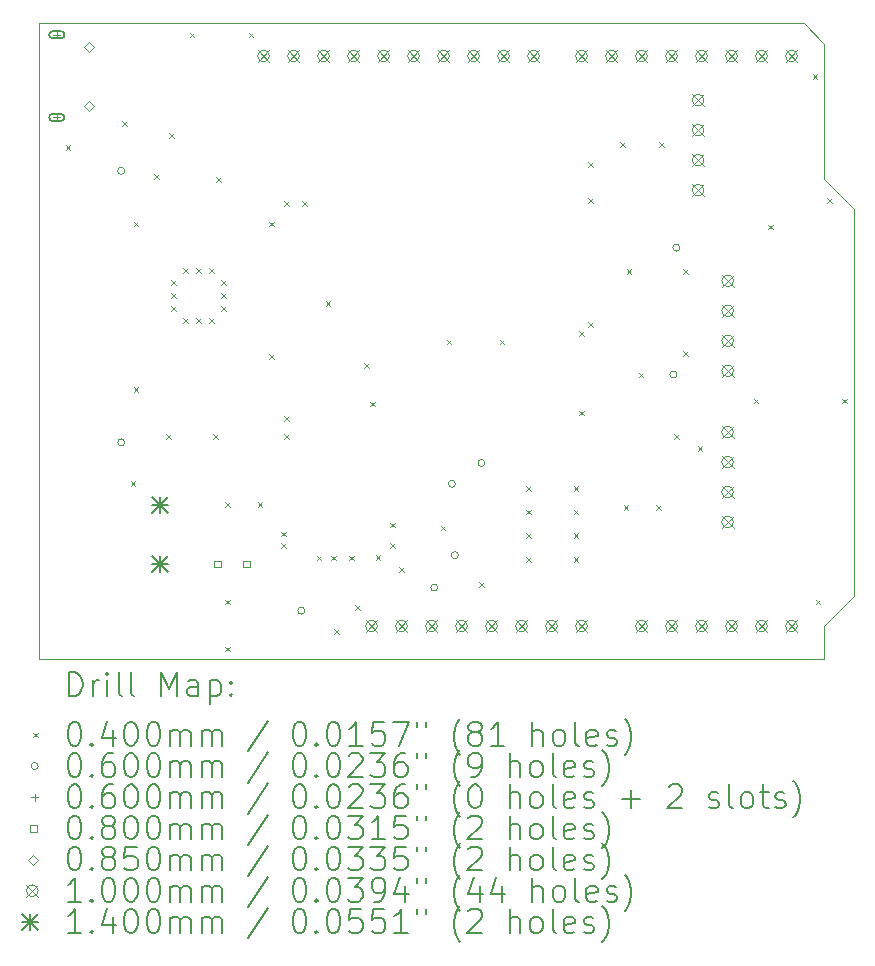
<source format=gbr>
%TF.GenerationSoftware,KiCad,Pcbnew,7.0.6*%
%TF.CreationDate,2024-01-13T17:51:32-05:00*%
%TF.ProjectId,Crystal Shield,43727973-7461-46c2-9053-6869656c642e,rev?*%
%TF.SameCoordinates,PX1312d00PY1312d00*%
%TF.FileFunction,Drillmap*%
%TF.FilePolarity,Positive*%
%FSLAX45Y45*%
G04 Gerber Fmt 4.5, Leading zero omitted, Abs format (unit mm)*
G04 Created by KiCad (PCBNEW 7.0.6) date 2024-01-13 17:51:32*
%MOMM*%
%LPD*%
G01*
G04 APERTURE LIST*
%ADD10C,0.050000*%
%ADD11C,0.200000*%
%ADD12C,0.040000*%
%ADD13C,0.060000*%
%ADD14C,0.080000*%
%ADD15C,0.085000*%
%ADD16C,0.100000*%
%ADD17C,0.140000*%
G04 APERTURE END LIST*
D10*
X6477000Y0D02*
X0Y0D01*
X6654000Y-5384000D02*
X6654000Y-5105000D01*
X6908000Y-1574000D02*
X6654000Y-1320000D01*
X6654000Y-177000D02*
X6477000Y0D01*
X0Y0D02*
X0Y-5384000D01*
X0Y-5384000D02*
X6654000Y-5384000D01*
X6654000Y-1320000D02*
X6654000Y-177000D01*
X6908000Y-4851000D02*
X6908000Y-1574000D01*
X6654000Y-5105000D02*
X6908000Y-4851000D01*
D11*
D12*
X230000Y-1030000D02*
X270000Y-1070000D01*
X270000Y-1030000D02*
X230000Y-1070000D01*
X705000Y-830000D02*
X745000Y-870000D01*
X745000Y-830000D02*
X705000Y-870000D01*
X780000Y-3880000D02*
X820000Y-3920000D01*
X820000Y-3880000D02*
X780000Y-3920000D01*
X805000Y-1680000D02*
X845000Y-1720000D01*
X845000Y-1680000D02*
X805000Y-1720000D01*
X805000Y-3080000D02*
X845000Y-3120000D01*
X845000Y-3080000D02*
X805000Y-3120000D01*
X980000Y-1280000D02*
X1020000Y-1320000D01*
X1020000Y-1280000D02*
X980000Y-1320000D01*
X1080000Y-3480000D02*
X1120000Y-3520000D01*
X1120000Y-3480000D02*
X1080000Y-3520000D01*
X1105000Y-930000D02*
X1145000Y-970000D01*
X1145000Y-930000D02*
X1105000Y-970000D01*
X1125000Y-2175000D02*
X1165000Y-2215000D01*
X1165000Y-2175000D02*
X1125000Y-2215000D01*
X1125000Y-2285000D02*
X1165000Y-2325000D01*
X1165000Y-2285000D02*
X1125000Y-2325000D01*
X1125000Y-2395000D02*
X1165000Y-2435000D01*
X1165000Y-2395000D02*
X1125000Y-2435000D01*
X1225000Y-2075000D02*
X1265000Y-2115000D01*
X1265000Y-2075000D02*
X1225000Y-2115000D01*
X1225000Y-2495000D02*
X1265000Y-2535000D01*
X1265000Y-2495000D02*
X1225000Y-2535000D01*
X1280000Y-80000D02*
X1320000Y-120000D01*
X1320000Y-80000D02*
X1280000Y-120000D01*
X1335000Y-2075000D02*
X1375000Y-2115000D01*
X1375000Y-2075000D02*
X1335000Y-2115000D01*
X1335000Y-2495000D02*
X1375000Y-2535000D01*
X1375000Y-2495000D02*
X1335000Y-2535000D01*
X1445000Y-2075000D02*
X1485000Y-2115000D01*
X1485000Y-2075000D02*
X1445000Y-2115000D01*
X1445000Y-2495000D02*
X1485000Y-2535000D01*
X1485000Y-2495000D02*
X1445000Y-2535000D01*
X1480000Y-3480000D02*
X1520000Y-3520000D01*
X1520000Y-3480000D02*
X1480000Y-3520000D01*
X1505000Y-1305000D02*
X1545000Y-1345000D01*
X1545000Y-1305000D02*
X1505000Y-1345000D01*
X1545000Y-2175000D02*
X1585000Y-2215000D01*
X1585000Y-2175000D02*
X1545000Y-2215000D01*
X1545000Y-2285000D02*
X1585000Y-2325000D01*
X1585000Y-2285000D02*
X1545000Y-2325000D01*
X1545000Y-2395000D02*
X1585000Y-2435000D01*
X1585000Y-2395000D02*
X1545000Y-2435000D01*
X1580000Y-4055000D02*
X1620000Y-4095000D01*
X1620000Y-4055000D02*
X1580000Y-4095000D01*
X1580000Y-4880000D02*
X1620000Y-4920000D01*
X1620000Y-4880000D02*
X1580000Y-4920000D01*
X1580000Y-5280000D02*
X1620000Y-5320000D01*
X1620000Y-5280000D02*
X1580000Y-5320000D01*
X1780000Y-80000D02*
X1820000Y-120000D01*
X1820000Y-80000D02*
X1780000Y-120000D01*
X1855000Y-4055000D02*
X1895000Y-4095000D01*
X1895000Y-4055000D02*
X1855000Y-4095000D01*
X1955000Y-1680000D02*
X1995000Y-1720000D01*
X1995000Y-1680000D02*
X1955000Y-1720000D01*
X1955000Y-2805000D02*
X1995000Y-2845000D01*
X1995000Y-2805000D02*
X1955000Y-2845000D01*
X2055000Y-4305000D02*
X2095000Y-4345000D01*
X2095000Y-4305000D02*
X2055000Y-4345000D01*
X2055000Y-4405000D02*
X2095000Y-4445000D01*
X2095000Y-4405000D02*
X2055000Y-4445000D01*
X2080000Y-1505000D02*
X2120000Y-1545000D01*
X2120000Y-1505000D02*
X2080000Y-1545000D01*
X2080000Y-3330000D02*
X2120000Y-3370000D01*
X2120000Y-3330000D02*
X2080000Y-3370000D01*
X2080000Y-3480000D02*
X2120000Y-3520000D01*
X2120000Y-3480000D02*
X2080000Y-3520000D01*
X2230000Y-1505000D02*
X2270000Y-1545000D01*
X2270000Y-1505000D02*
X2230000Y-1545000D01*
X2355000Y-4509000D02*
X2395000Y-4549000D01*
X2395000Y-4509000D02*
X2355000Y-4549000D01*
X2430000Y-2355000D02*
X2470000Y-2395000D01*
X2470000Y-2355000D02*
X2430000Y-2395000D01*
X2480000Y-4509000D02*
X2520000Y-4549000D01*
X2520000Y-4509000D02*
X2480000Y-4549000D01*
X2505000Y-5130000D02*
X2545000Y-5170000D01*
X2545000Y-5130000D02*
X2505000Y-5170000D01*
X2630000Y-4509000D02*
X2670000Y-4549000D01*
X2670000Y-4509000D02*
X2630000Y-4549000D01*
X2680000Y-4930000D02*
X2720000Y-4970000D01*
X2720000Y-4930000D02*
X2680000Y-4970000D01*
X2755000Y-2880000D02*
X2795000Y-2920000D01*
X2795000Y-2880000D02*
X2755000Y-2920000D01*
X2805000Y-3205000D02*
X2845000Y-3245000D01*
X2845000Y-3205000D02*
X2805000Y-3245000D01*
X2855000Y-4505000D02*
X2895000Y-4545000D01*
X2895000Y-4505000D02*
X2855000Y-4545000D01*
X2980000Y-4230000D02*
X3020000Y-4270000D01*
X3020000Y-4230000D02*
X2980000Y-4270000D01*
X2980000Y-4405000D02*
X3020000Y-4445000D01*
X3020000Y-4405000D02*
X2980000Y-4445000D01*
X3055000Y-4609000D02*
X3095000Y-4649000D01*
X3095000Y-4609000D02*
X3055000Y-4649000D01*
X3405000Y-4255000D02*
X3445000Y-4295000D01*
X3445000Y-4255000D02*
X3405000Y-4295000D01*
X3455000Y-2680000D02*
X3495000Y-2720000D01*
X3495000Y-2680000D02*
X3455000Y-2720000D01*
X3730000Y-4730000D02*
X3770000Y-4770000D01*
X3770000Y-4730000D02*
X3730000Y-4770000D01*
X3905000Y-2680000D02*
X3945000Y-2720000D01*
X3945000Y-2680000D02*
X3905000Y-2720000D01*
X4130000Y-3919000D02*
X4170000Y-3959000D01*
X4170000Y-3919000D02*
X4130000Y-3959000D01*
X4130000Y-4119000D02*
X4170000Y-4159000D01*
X4170000Y-4119000D02*
X4130000Y-4159000D01*
X4130000Y-4319000D02*
X4170000Y-4359000D01*
X4170000Y-4319000D02*
X4130000Y-4359000D01*
X4130000Y-4519000D02*
X4170000Y-4559000D01*
X4170000Y-4519000D02*
X4130000Y-4559000D01*
X4530000Y-3919000D02*
X4570000Y-3959000D01*
X4570000Y-3919000D02*
X4530000Y-3959000D01*
X4530000Y-4119000D02*
X4570000Y-4159000D01*
X4570000Y-4119000D02*
X4530000Y-4159000D01*
X4530000Y-4319000D02*
X4570000Y-4359000D01*
X4570000Y-4319000D02*
X4530000Y-4359000D01*
X4530000Y-4519000D02*
X4570000Y-4559000D01*
X4570000Y-4519000D02*
X4530000Y-4559000D01*
X4580000Y-2605000D02*
X4620000Y-2645000D01*
X4620000Y-2605000D02*
X4580000Y-2645000D01*
X4580000Y-3280000D02*
X4620000Y-3320000D01*
X4620000Y-3280000D02*
X4580000Y-3320000D01*
X4655000Y-1180000D02*
X4695000Y-1220000D01*
X4695000Y-1180000D02*
X4655000Y-1220000D01*
X4655000Y-1480000D02*
X4695000Y-1520000D01*
X4695000Y-1480000D02*
X4655000Y-1520000D01*
X4655000Y-2530000D02*
X4695000Y-2570000D01*
X4695000Y-2530000D02*
X4655000Y-2570000D01*
X4925000Y-1009000D02*
X4965000Y-1049000D01*
X4965000Y-1009000D02*
X4925000Y-1049000D01*
X4955000Y-4084000D02*
X4995000Y-4124000D01*
X4995000Y-4084000D02*
X4955000Y-4124000D01*
X4980000Y-2080000D02*
X5020000Y-2120000D01*
X5020000Y-2080000D02*
X4980000Y-2120000D01*
X5080000Y-2959000D02*
X5120000Y-2999000D01*
X5120000Y-2959000D02*
X5080000Y-2999000D01*
X5230000Y-4084000D02*
X5270000Y-4124000D01*
X5270000Y-4084000D02*
X5230000Y-4124000D01*
X5255000Y-1005000D02*
X5295000Y-1045000D01*
X5295000Y-1005000D02*
X5255000Y-1045000D01*
X5380000Y-3480000D02*
X5420000Y-3520000D01*
X5420000Y-3480000D02*
X5380000Y-3520000D01*
X5455000Y-2080000D02*
X5495000Y-2120000D01*
X5495000Y-2080000D02*
X5455000Y-2120000D01*
X5455000Y-2780000D02*
X5495000Y-2820000D01*
X5495000Y-2780000D02*
X5455000Y-2820000D01*
X5580000Y-3580000D02*
X5620000Y-3620000D01*
X5620000Y-3580000D02*
X5580000Y-3620000D01*
X6055000Y-3180000D02*
X6095000Y-3220000D01*
X6095000Y-3180000D02*
X6055000Y-3220000D01*
X6180000Y-1705000D02*
X6220000Y-1745000D01*
X6220000Y-1705000D02*
X6180000Y-1745000D01*
X6555000Y-430000D02*
X6595000Y-470000D01*
X6595000Y-430000D02*
X6555000Y-470000D01*
X6580000Y-4880000D02*
X6620000Y-4920000D01*
X6620000Y-4880000D02*
X6580000Y-4920000D01*
X6680000Y-1480000D02*
X6720000Y-1520000D01*
X6720000Y-1480000D02*
X6680000Y-1520000D01*
X6805000Y-3180000D02*
X6845000Y-3220000D01*
X6845000Y-3180000D02*
X6805000Y-3220000D01*
D13*
X730000Y-1250000D02*
G75*
G03*
X730000Y-1250000I-30000J0D01*
G01*
X730000Y-3550000D02*
G75*
G03*
X730000Y-3550000I-30000J0D01*
G01*
X2255000Y-4975000D02*
G75*
G03*
X2255000Y-4975000I-30000J0D01*
G01*
X3380000Y-4779000D02*
G75*
G03*
X3380000Y-4779000I-30000J0D01*
G01*
X3530000Y-3900000D02*
G75*
G03*
X3530000Y-3900000I-30000J0D01*
G01*
X3555000Y-4504000D02*
G75*
G03*
X3555000Y-4504000I-30000J0D01*
G01*
X3780000Y-3725000D02*
G75*
G03*
X3780000Y-3725000I-30000J0D01*
G01*
X5405000Y-2975000D02*
G75*
G03*
X5405000Y-2975000I-30000J0D01*
G01*
X5430000Y-1900000D02*
G75*
G03*
X5430000Y-1900000I-30000J0D01*
G01*
X155000Y-69000D02*
X155000Y-129000D01*
X125000Y-99000D02*
X185000Y-99000D01*
D11*
X120000Y-129000D02*
X190000Y-129000D01*
X190000Y-129000D02*
G75*
G03*
X190000Y-69000I0J30000D01*
G01*
X190000Y-69000D02*
X120000Y-69000D01*
X120000Y-69000D02*
G75*
G03*
X120000Y-129000I0J-30000D01*
G01*
D13*
X155000Y-769000D02*
X155000Y-829000D01*
X125000Y-799000D02*
X185000Y-799000D01*
D11*
X190000Y-769000D02*
X120000Y-769000D01*
X120000Y-769000D02*
G75*
G03*
X120000Y-829000I0J-30000D01*
G01*
X120000Y-829000D02*
X190000Y-829000D01*
X190000Y-829000D02*
G75*
G03*
X190000Y-769000I0J30000D01*
G01*
D14*
X1541522Y-4607285D02*
X1541522Y-4550716D01*
X1484953Y-4550716D01*
X1484953Y-4607285D01*
X1541522Y-4607285D01*
X1791522Y-4607285D02*
X1791522Y-4550716D01*
X1734953Y-4550716D01*
X1734953Y-4607285D01*
X1791522Y-4607285D01*
D15*
X425000Y-241500D02*
X467500Y-199000D01*
X425000Y-156500D01*
X382500Y-199000D01*
X425000Y-241500D01*
X425000Y-741500D02*
X467500Y-699000D01*
X425000Y-656500D01*
X382500Y-699000D01*
X425000Y-741500D01*
D16*
X1855000Y-229000D02*
X1955000Y-329000D01*
X1955000Y-229000D02*
X1855000Y-329000D01*
X1955000Y-279000D02*
G75*
G03*
X1955000Y-279000I-50000J0D01*
G01*
X2109000Y-229000D02*
X2209000Y-329000D01*
X2209000Y-229000D02*
X2109000Y-329000D01*
X2209000Y-279000D02*
G75*
G03*
X2209000Y-279000I-50000J0D01*
G01*
X2363000Y-229000D02*
X2463000Y-329000D01*
X2463000Y-229000D02*
X2363000Y-329000D01*
X2463000Y-279000D02*
G75*
G03*
X2463000Y-279000I-50000J0D01*
G01*
X2617000Y-229000D02*
X2717000Y-329000D01*
X2717000Y-229000D02*
X2617000Y-329000D01*
X2717000Y-279000D02*
G75*
G03*
X2717000Y-279000I-50000J0D01*
G01*
X2769000Y-5055000D02*
X2869000Y-5155000D01*
X2869000Y-5055000D02*
X2769000Y-5155000D01*
X2869000Y-5105000D02*
G75*
G03*
X2869000Y-5105000I-50000J0D01*
G01*
X2871000Y-229000D02*
X2971000Y-329000D01*
X2971000Y-229000D02*
X2871000Y-329000D01*
X2971000Y-279000D02*
G75*
G03*
X2971000Y-279000I-50000J0D01*
G01*
X3023000Y-5055000D02*
X3123000Y-5155000D01*
X3123000Y-5055000D02*
X3023000Y-5155000D01*
X3123000Y-5105000D02*
G75*
G03*
X3123000Y-5105000I-50000J0D01*
G01*
X3125000Y-229000D02*
X3225000Y-329000D01*
X3225000Y-229000D02*
X3125000Y-329000D01*
X3225000Y-279000D02*
G75*
G03*
X3225000Y-279000I-50000J0D01*
G01*
X3277000Y-5055000D02*
X3377000Y-5155000D01*
X3377000Y-5055000D02*
X3277000Y-5155000D01*
X3377000Y-5105000D02*
G75*
G03*
X3377000Y-5105000I-50000J0D01*
G01*
X3379000Y-229000D02*
X3479000Y-329000D01*
X3479000Y-229000D02*
X3379000Y-329000D01*
X3479000Y-279000D02*
G75*
G03*
X3479000Y-279000I-50000J0D01*
G01*
X3531000Y-5055000D02*
X3631000Y-5155000D01*
X3631000Y-5055000D02*
X3531000Y-5155000D01*
X3631000Y-5105000D02*
G75*
G03*
X3631000Y-5105000I-50000J0D01*
G01*
X3633000Y-229000D02*
X3733000Y-329000D01*
X3733000Y-229000D02*
X3633000Y-329000D01*
X3733000Y-279000D02*
G75*
G03*
X3733000Y-279000I-50000J0D01*
G01*
X3785000Y-5055000D02*
X3885000Y-5155000D01*
X3885000Y-5055000D02*
X3785000Y-5155000D01*
X3885000Y-5105000D02*
G75*
G03*
X3885000Y-5105000I-50000J0D01*
G01*
X3887000Y-229000D02*
X3987000Y-329000D01*
X3987000Y-229000D02*
X3887000Y-329000D01*
X3987000Y-279000D02*
G75*
G03*
X3987000Y-279000I-50000J0D01*
G01*
X4039000Y-5055000D02*
X4139000Y-5155000D01*
X4139000Y-5055000D02*
X4039000Y-5155000D01*
X4139000Y-5105000D02*
G75*
G03*
X4139000Y-5105000I-50000J0D01*
G01*
X4141000Y-229000D02*
X4241000Y-329000D01*
X4241000Y-229000D02*
X4141000Y-329000D01*
X4241000Y-279000D02*
G75*
G03*
X4241000Y-279000I-50000J0D01*
G01*
X4293000Y-5055000D02*
X4393000Y-5155000D01*
X4393000Y-5055000D02*
X4293000Y-5155000D01*
X4393000Y-5105000D02*
G75*
G03*
X4393000Y-5105000I-50000J0D01*
G01*
X4547000Y-229000D02*
X4647000Y-329000D01*
X4647000Y-229000D02*
X4547000Y-329000D01*
X4647000Y-279000D02*
G75*
G03*
X4647000Y-279000I-50000J0D01*
G01*
X4547000Y-5055000D02*
X4647000Y-5155000D01*
X4647000Y-5055000D02*
X4547000Y-5155000D01*
X4647000Y-5105000D02*
G75*
G03*
X4647000Y-5105000I-50000J0D01*
G01*
X4801000Y-229000D02*
X4901000Y-329000D01*
X4901000Y-229000D02*
X4801000Y-329000D01*
X4901000Y-279000D02*
G75*
G03*
X4901000Y-279000I-50000J0D01*
G01*
X5055000Y-229000D02*
X5155000Y-329000D01*
X5155000Y-229000D02*
X5055000Y-329000D01*
X5155000Y-279000D02*
G75*
G03*
X5155000Y-279000I-50000J0D01*
G01*
X5055000Y-5055000D02*
X5155000Y-5155000D01*
X5155000Y-5055000D02*
X5055000Y-5155000D01*
X5155000Y-5105000D02*
G75*
G03*
X5155000Y-5105000I-50000J0D01*
G01*
X5309000Y-229000D02*
X5409000Y-329000D01*
X5409000Y-229000D02*
X5309000Y-329000D01*
X5409000Y-279000D02*
G75*
G03*
X5409000Y-279000I-50000J0D01*
G01*
X5309000Y-5055000D02*
X5409000Y-5155000D01*
X5409000Y-5055000D02*
X5309000Y-5155000D01*
X5409000Y-5105000D02*
G75*
G03*
X5409000Y-5105000I-50000J0D01*
G01*
X5535000Y-602000D02*
X5635000Y-702000D01*
X5635000Y-602000D02*
X5535000Y-702000D01*
X5635000Y-652000D02*
G75*
G03*
X5635000Y-652000I-50000J0D01*
G01*
X5535000Y-856000D02*
X5635000Y-956000D01*
X5635000Y-856000D02*
X5535000Y-956000D01*
X5635000Y-906000D02*
G75*
G03*
X5635000Y-906000I-50000J0D01*
G01*
X5535000Y-1110000D02*
X5635000Y-1210000D01*
X5635000Y-1110000D02*
X5535000Y-1210000D01*
X5635000Y-1160000D02*
G75*
G03*
X5635000Y-1160000I-50000J0D01*
G01*
X5535000Y-1364000D02*
X5635000Y-1464000D01*
X5635000Y-1364000D02*
X5535000Y-1464000D01*
X5635000Y-1414000D02*
G75*
G03*
X5635000Y-1414000I-50000J0D01*
G01*
X5563000Y-229000D02*
X5663000Y-329000D01*
X5663000Y-229000D02*
X5563000Y-329000D01*
X5663000Y-279000D02*
G75*
G03*
X5663000Y-279000I-50000J0D01*
G01*
X5563000Y-5055000D02*
X5663000Y-5155000D01*
X5663000Y-5055000D02*
X5563000Y-5155000D01*
X5663000Y-5105000D02*
G75*
G03*
X5663000Y-5105000I-50000J0D01*
G01*
X5785000Y-2132000D02*
X5885000Y-2232000D01*
X5885000Y-2132000D02*
X5785000Y-2232000D01*
X5885000Y-2182000D02*
G75*
G03*
X5885000Y-2182000I-50000J0D01*
G01*
X5785000Y-2386000D02*
X5885000Y-2486000D01*
X5885000Y-2386000D02*
X5785000Y-2486000D01*
X5885000Y-2436000D02*
G75*
G03*
X5885000Y-2436000I-50000J0D01*
G01*
X5785000Y-2640000D02*
X5885000Y-2740000D01*
X5885000Y-2640000D02*
X5785000Y-2740000D01*
X5885000Y-2690000D02*
G75*
G03*
X5885000Y-2690000I-50000J0D01*
G01*
X5785000Y-2894000D02*
X5885000Y-2994000D01*
X5885000Y-2894000D02*
X5785000Y-2994000D01*
X5885000Y-2944000D02*
G75*
G03*
X5885000Y-2944000I-50000J0D01*
G01*
X5785000Y-3412000D02*
X5885000Y-3512000D01*
X5885000Y-3412000D02*
X5785000Y-3512000D01*
X5885000Y-3462000D02*
G75*
G03*
X5885000Y-3462000I-50000J0D01*
G01*
X5785000Y-3666000D02*
X5885000Y-3766000D01*
X5885000Y-3666000D02*
X5785000Y-3766000D01*
X5885000Y-3716000D02*
G75*
G03*
X5885000Y-3716000I-50000J0D01*
G01*
X5785000Y-3920000D02*
X5885000Y-4020000D01*
X5885000Y-3920000D02*
X5785000Y-4020000D01*
X5885000Y-3970000D02*
G75*
G03*
X5885000Y-3970000I-50000J0D01*
G01*
X5785000Y-4174000D02*
X5885000Y-4274000D01*
X5885000Y-4174000D02*
X5785000Y-4274000D01*
X5885000Y-4224000D02*
G75*
G03*
X5885000Y-4224000I-50000J0D01*
G01*
X5817000Y-229000D02*
X5917000Y-329000D01*
X5917000Y-229000D02*
X5817000Y-329000D01*
X5917000Y-279000D02*
G75*
G03*
X5917000Y-279000I-50000J0D01*
G01*
X5817000Y-5055000D02*
X5917000Y-5155000D01*
X5917000Y-5055000D02*
X5817000Y-5155000D01*
X5917000Y-5105000D02*
G75*
G03*
X5917000Y-5105000I-50000J0D01*
G01*
X6071000Y-229000D02*
X6171000Y-329000D01*
X6171000Y-229000D02*
X6071000Y-329000D01*
X6171000Y-279000D02*
G75*
G03*
X6171000Y-279000I-50000J0D01*
G01*
X6071000Y-5055000D02*
X6171000Y-5155000D01*
X6171000Y-5055000D02*
X6071000Y-5155000D01*
X6171000Y-5105000D02*
G75*
G03*
X6171000Y-5105000I-50000J0D01*
G01*
X6325000Y-229000D02*
X6425000Y-329000D01*
X6425000Y-229000D02*
X6325000Y-329000D01*
X6425000Y-279000D02*
G75*
G03*
X6425000Y-279000I-50000J0D01*
G01*
X6325000Y-5055000D02*
X6425000Y-5155000D01*
X6425000Y-5055000D02*
X6325000Y-5155000D01*
X6425000Y-5105000D02*
G75*
G03*
X6425000Y-5105000I-50000J0D01*
G01*
D17*
X957750Y-4009000D02*
X1097750Y-4149000D01*
X1097750Y-4009000D02*
X957750Y-4149000D01*
X1027750Y-4009000D02*
X1027750Y-4149000D01*
X957750Y-4079000D02*
X1097750Y-4079000D01*
X957750Y-4509000D02*
X1097750Y-4649000D01*
X1097750Y-4509000D02*
X957750Y-4649000D01*
X1027750Y-4509000D02*
X1027750Y-4649000D01*
X957750Y-4579000D02*
X1097750Y-4579000D01*
D11*
X258277Y-5697984D02*
X258277Y-5497984D01*
X258277Y-5497984D02*
X305896Y-5497984D01*
X305896Y-5497984D02*
X334467Y-5507508D01*
X334467Y-5507508D02*
X353515Y-5526555D01*
X353515Y-5526555D02*
X363039Y-5545603D01*
X363039Y-5545603D02*
X372562Y-5583698D01*
X372562Y-5583698D02*
X372562Y-5612269D01*
X372562Y-5612269D02*
X363039Y-5650365D01*
X363039Y-5650365D02*
X353515Y-5669412D01*
X353515Y-5669412D02*
X334467Y-5688460D01*
X334467Y-5688460D02*
X305896Y-5697984D01*
X305896Y-5697984D02*
X258277Y-5697984D01*
X458277Y-5697984D02*
X458277Y-5564650D01*
X458277Y-5602746D02*
X467801Y-5583698D01*
X467801Y-5583698D02*
X477324Y-5574174D01*
X477324Y-5574174D02*
X496372Y-5564650D01*
X496372Y-5564650D02*
X515420Y-5564650D01*
X582086Y-5697984D02*
X582086Y-5564650D01*
X582086Y-5497984D02*
X572563Y-5507508D01*
X572563Y-5507508D02*
X582086Y-5517031D01*
X582086Y-5517031D02*
X591610Y-5507508D01*
X591610Y-5507508D02*
X582086Y-5497984D01*
X582086Y-5497984D02*
X582086Y-5517031D01*
X705896Y-5697984D02*
X686848Y-5688460D01*
X686848Y-5688460D02*
X677324Y-5669412D01*
X677324Y-5669412D02*
X677324Y-5497984D01*
X810658Y-5697984D02*
X791610Y-5688460D01*
X791610Y-5688460D02*
X782086Y-5669412D01*
X782086Y-5669412D02*
X782086Y-5497984D01*
X1039229Y-5697984D02*
X1039229Y-5497984D01*
X1039229Y-5497984D02*
X1105896Y-5640841D01*
X1105896Y-5640841D02*
X1172563Y-5497984D01*
X1172563Y-5497984D02*
X1172563Y-5697984D01*
X1353515Y-5697984D02*
X1353515Y-5593222D01*
X1353515Y-5593222D02*
X1343991Y-5574174D01*
X1343991Y-5574174D02*
X1324944Y-5564650D01*
X1324944Y-5564650D02*
X1286848Y-5564650D01*
X1286848Y-5564650D02*
X1267801Y-5574174D01*
X1353515Y-5688460D02*
X1334467Y-5697984D01*
X1334467Y-5697984D02*
X1286848Y-5697984D01*
X1286848Y-5697984D02*
X1267801Y-5688460D01*
X1267801Y-5688460D02*
X1258277Y-5669412D01*
X1258277Y-5669412D02*
X1258277Y-5650365D01*
X1258277Y-5650365D02*
X1267801Y-5631317D01*
X1267801Y-5631317D02*
X1286848Y-5621793D01*
X1286848Y-5621793D02*
X1334467Y-5621793D01*
X1334467Y-5621793D02*
X1353515Y-5612269D01*
X1448753Y-5564650D02*
X1448753Y-5764650D01*
X1448753Y-5574174D02*
X1467801Y-5564650D01*
X1467801Y-5564650D02*
X1505896Y-5564650D01*
X1505896Y-5564650D02*
X1524943Y-5574174D01*
X1524943Y-5574174D02*
X1534467Y-5583698D01*
X1534467Y-5583698D02*
X1543991Y-5602746D01*
X1543991Y-5602746D02*
X1543991Y-5659888D01*
X1543991Y-5659888D02*
X1534467Y-5678936D01*
X1534467Y-5678936D02*
X1524943Y-5688460D01*
X1524943Y-5688460D02*
X1505896Y-5697984D01*
X1505896Y-5697984D02*
X1467801Y-5697984D01*
X1467801Y-5697984D02*
X1448753Y-5688460D01*
X1629705Y-5678936D02*
X1639229Y-5688460D01*
X1639229Y-5688460D02*
X1629705Y-5697984D01*
X1629705Y-5697984D02*
X1620182Y-5688460D01*
X1620182Y-5688460D02*
X1629705Y-5678936D01*
X1629705Y-5678936D02*
X1629705Y-5697984D01*
X1629705Y-5574174D02*
X1639229Y-5583698D01*
X1639229Y-5583698D02*
X1629705Y-5593222D01*
X1629705Y-5593222D02*
X1620182Y-5583698D01*
X1620182Y-5583698D02*
X1629705Y-5574174D01*
X1629705Y-5574174D02*
X1629705Y-5593222D01*
D12*
X-42500Y-6006500D02*
X-2500Y-6046500D01*
X-2500Y-6006500D02*
X-42500Y-6046500D01*
D11*
X296372Y-5917984D02*
X315420Y-5917984D01*
X315420Y-5917984D02*
X334467Y-5927508D01*
X334467Y-5927508D02*
X343991Y-5937031D01*
X343991Y-5937031D02*
X353515Y-5956079D01*
X353515Y-5956079D02*
X363039Y-5994174D01*
X363039Y-5994174D02*
X363039Y-6041793D01*
X363039Y-6041793D02*
X353515Y-6079888D01*
X353515Y-6079888D02*
X343991Y-6098936D01*
X343991Y-6098936D02*
X334467Y-6108460D01*
X334467Y-6108460D02*
X315420Y-6117984D01*
X315420Y-6117984D02*
X296372Y-6117984D01*
X296372Y-6117984D02*
X277324Y-6108460D01*
X277324Y-6108460D02*
X267801Y-6098936D01*
X267801Y-6098936D02*
X258277Y-6079888D01*
X258277Y-6079888D02*
X248753Y-6041793D01*
X248753Y-6041793D02*
X248753Y-5994174D01*
X248753Y-5994174D02*
X258277Y-5956079D01*
X258277Y-5956079D02*
X267801Y-5937031D01*
X267801Y-5937031D02*
X277324Y-5927508D01*
X277324Y-5927508D02*
X296372Y-5917984D01*
X448753Y-6098936D02*
X458277Y-6108460D01*
X458277Y-6108460D02*
X448753Y-6117984D01*
X448753Y-6117984D02*
X439229Y-6108460D01*
X439229Y-6108460D02*
X448753Y-6098936D01*
X448753Y-6098936D02*
X448753Y-6117984D01*
X629705Y-5984650D02*
X629705Y-6117984D01*
X582086Y-5908460D02*
X534467Y-6051317D01*
X534467Y-6051317D02*
X658277Y-6051317D01*
X772562Y-5917984D02*
X791610Y-5917984D01*
X791610Y-5917984D02*
X810658Y-5927508D01*
X810658Y-5927508D02*
X820182Y-5937031D01*
X820182Y-5937031D02*
X829705Y-5956079D01*
X829705Y-5956079D02*
X839229Y-5994174D01*
X839229Y-5994174D02*
X839229Y-6041793D01*
X839229Y-6041793D02*
X829705Y-6079888D01*
X829705Y-6079888D02*
X820182Y-6098936D01*
X820182Y-6098936D02*
X810658Y-6108460D01*
X810658Y-6108460D02*
X791610Y-6117984D01*
X791610Y-6117984D02*
X772562Y-6117984D01*
X772562Y-6117984D02*
X753515Y-6108460D01*
X753515Y-6108460D02*
X743991Y-6098936D01*
X743991Y-6098936D02*
X734467Y-6079888D01*
X734467Y-6079888D02*
X724943Y-6041793D01*
X724943Y-6041793D02*
X724943Y-5994174D01*
X724943Y-5994174D02*
X734467Y-5956079D01*
X734467Y-5956079D02*
X743991Y-5937031D01*
X743991Y-5937031D02*
X753515Y-5927508D01*
X753515Y-5927508D02*
X772562Y-5917984D01*
X963039Y-5917984D02*
X982086Y-5917984D01*
X982086Y-5917984D02*
X1001134Y-5927508D01*
X1001134Y-5927508D02*
X1010658Y-5937031D01*
X1010658Y-5937031D02*
X1020182Y-5956079D01*
X1020182Y-5956079D02*
X1029705Y-5994174D01*
X1029705Y-5994174D02*
X1029705Y-6041793D01*
X1029705Y-6041793D02*
X1020182Y-6079888D01*
X1020182Y-6079888D02*
X1010658Y-6098936D01*
X1010658Y-6098936D02*
X1001134Y-6108460D01*
X1001134Y-6108460D02*
X982086Y-6117984D01*
X982086Y-6117984D02*
X963039Y-6117984D01*
X963039Y-6117984D02*
X943991Y-6108460D01*
X943991Y-6108460D02*
X934467Y-6098936D01*
X934467Y-6098936D02*
X924943Y-6079888D01*
X924943Y-6079888D02*
X915420Y-6041793D01*
X915420Y-6041793D02*
X915420Y-5994174D01*
X915420Y-5994174D02*
X924943Y-5956079D01*
X924943Y-5956079D02*
X934467Y-5937031D01*
X934467Y-5937031D02*
X943991Y-5927508D01*
X943991Y-5927508D02*
X963039Y-5917984D01*
X1115420Y-6117984D02*
X1115420Y-5984650D01*
X1115420Y-6003698D02*
X1124944Y-5994174D01*
X1124944Y-5994174D02*
X1143991Y-5984650D01*
X1143991Y-5984650D02*
X1172563Y-5984650D01*
X1172563Y-5984650D02*
X1191610Y-5994174D01*
X1191610Y-5994174D02*
X1201134Y-6013222D01*
X1201134Y-6013222D02*
X1201134Y-6117984D01*
X1201134Y-6013222D02*
X1210658Y-5994174D01*
X1210658Y-5994174D02*
X1229705Y-5984650D01*
X1229705Y-5984650D02*
X1258277Y-5984650D01*
X1258277Y-5984650D02*
X1277325Y-5994174D01*
X1277325Y-5994174D02*
X1286848Y-6013222D01*
X1286848Y-6013222D02*
X1286848Y-6117984D01*
X1382086Y-6117984D02*
X1382086Y-5984650D01*
X1382086Y-6003698D02*
X1391610Y-5994174D01*
X1391610Y-5994174D02*
X1410658Y-5984650D01*
X1410658Y-5984650D02*
X1439229Y-5984650D01*
X1439229Y-5984650D02*
X1458277Y-5994174D01*
X1458277Y-5994174D02*
X1467801Y-6013222D01*
X1467801Y-6013222D02*
X1467801Y-6117984D01*
X1467801Y-6013222D02*
X1477324Y-5994174D01*
X1477324Y-5994174D02*
X1496372Y-5984650D01*
X1496372Y-5984650D02*
X1524943Y-5984650D01*
X1524943Y-5984650D02*
X1543991Y-5994174D01*
X1543991Y-5994174D02*
X1553515Y-6013222D01*
X1553515Y-6013222D02*
X1553515Y-6117984D01*
X1943991Y-5908460D02*
X1772563Y-6165603D01*
X2201134Y-5917984D02*
X2220182Y-5917984D01*
X2220182Y-5917984D02*
X2239229Y-5927508D01*
X2239229Y-5927508D02*
X2248753Y-5937031D01*
X2248753Y-5937031D02*
X2258277Y-5956079D01*
X2258277Y-5956079D02*
X2267801Y-5994174D01*
X2267801Y-5994174D02*
X2267801Y-6041793D01*
X2267801Y-6041793D02*
X2258277Y-6079888D01*
X2258277Y-6079888D02*
X2248753Y-6098936D01*
X2248753Y-6098936D02*
X2239229Y-6108460D01*
X2239229Y-6108460D02*
X2220182Y-6117984D01*
X2220182Y-6117984D02*
X2201134Y-6117984D01*
X2201134Y-6117984D02*
X2182087Y-6108460D01*
X2182087Y-6108460D02*
X2172563Y-6098936D01*
X2172563Y-6098936D02*
X2163039Y-6079888D01*
X2163039Y-6079888D02*
X2153515Y-6041793D01*
X2153515Y-6041793D02*
X2153515Y-5994174D01*
X2153515Y-5994174D02*
X2163039Y-5956079D01*
X2163039Y-5956079D02*
X2172563Y-5937031D01*
X2172563Y-5937031D02*
X2182087Y-5927508D01*
X2182087Y-5927508D02*
X2201134Y-5917984D01*
X2353515Y-6098936D02*
X2363039Y-6108460D01*
X2363039Y-6108460D02*
X2353515Y-6117984D01*
X2353515Y-6117984D02*
X2343991Y-6108460D01*
X2343991Y-6108460D02*
X2353515Y-6098936D01*
X2353515Y-6098936D02*
X2353515Y-6117984D01*
X2486848Y-5917984D02*
X2505896Y-5917984D01*
X2505896Y-5917984D02*
X2524944Y-5927508D01*
X2524944Y-5927508D02*
X2534468Y-5937031D01*
X2534468Y-5937031D02*
X2543991Y-5956079D01*
X2543991Y-5956079D02*
X2553515Y-5994174D01*
X2553515Y-5994174D02*
X2553515Y-6041793D01*
X2553515Y-6041793D02*
X2543991Y-6079888D01*
X2543991Y-6079888D02*
X2534468Y-6098936D01*
X2534468Y-6098936D02*
X2524944Y-6108460D01*
X2524944Y-6108460D02*
X2505896Y-6117984D01*
X2505896Y-6117984D02*
X2486848Y-6117984D01*
X2486848Y-6117984D02*
X2467801Y-6108460D01*
X2467801Y-6108460D02*
X2458277Y-6098936D01*
X2458277Y-6098936D02*
X2448753Y-6079888D01*
X2448753Y-6079888D02*
X2439229Y-6041793D01*
X2439229Y-6041793D02*
X2439229Y-5994174D01*
X2439229Y-5994174D02*
X2448753Y-5956079D01*
X2448753Y-5956079D02*
X2458277Y-5937031D01*
X2458277Y-5937031D02*
X2467801Y-5927508D01*
X2467801Y-5927508D02*
X2486848Y-5917984D01*
X2743991Y-6117984D02*
X2629706Y-6117984D01*
X2686848Y-6117984D02*
X2686848Y-5917984D01*
X2686848Y-5917984D02*
X2667801Y-5946555D01*
X2667801Y-5946555D02*
X2648753Y-5965603D01*
X2648753Y-5965603D02*
X2629706Y-5975127D01*
X2924944Y-5917984D02*
X2829706Y-5917984D01*
X2829706Y-5917984D02*
X2820182Y-6013222D01*
X2820182Y-6013222D02*
X2829706Y-6003698D01*
X2829706Y-6003698D02*
X2848753Y-5994174D01*
X2848753Y-5994174D02*
X2896372Y-5994174D01*
X2896372Y-5994174D02*
X2915420Y-6003698D01*
X2915420Y-6003698D02*
X2924944Y-6013222D01*
X2924944Y-6013222D02*
X2934467Y-6032269D01*
X2934467Y-6032269D02*
X2934467Y-6079888D01*
X2934467Y-6079888D02*
X2924944Y-6098936D01*
X2924944Y-6098936D02*
X2915420Y-6108460D01*
X2915420Y-6108460D02*
X2896372Y-6117984D01*
X2896372Y-6117984D02*
X2848753Y-6117984D01*
X2848753Y-6117984D02*
X2829706Y-6108460D01*
X2829706Y-6108460D02*
X2820182Y-6098936D01*
X3001134Y-5917984D02*
X3134467Y-5917984D01*
X3134467Y-5917984D02*
X3048753Y-6117984D01*
X3201134Y-5917984D02*
X3201134Y-5956079D01*
X3277325Y-5917984D02*
X3277325Y-5956079D01*
X3572563Y-6194174D02*
X3563039Y-6184650D01*
X3563039Y-6184650D02*
X3543991Y-6156079D01*
X3543991Y-6156079D02*
X3534468Y-6137031D01*
X3534468Y-6137031D02*
X3524944Y-6108460D01*
X3524944Y-6108460D02*
X3515420Y-6060841D01*
X3515420Y-6060841D02*
X3515420Y-6022746D01*
X3515420Y-6022746D02*
X3524944Y-5975127D01*
X3524944Y-5975127D02*
X3534468Y-5946555D01*
X3534468Y-5946555D02*
X3543991Y-5927508D01*
X3543991Y-5927508D02*
X3563039Y-5898936D01*
X3563039Y-5898936D02*
X3572563Y-5889412D01*
X3677325Y-6003698D02*
X3658277Y-5994174D01*
X3658277Y-5994174D02*
X3648753Y-5984650D01*
X3648753Y-5984650D02*
X3639229Y-5965603D01*
X3639229Y-5965603D02*
X3639229Y-5956079D01*
X3639229Y-5956079D02*
X3648753Y-5937031D01*
X3648753Y-5937031D02*
X3658277Y-5927508D01*
X3658277Y-5927508D02*
X3677325Y-5917984D01*
X3677325Y-5917984D02*
X3715420Y-5917984D01*
X3715420Y-5917984D02*
X3734468Y-5927508D01*
X3734468Y-5927508D02*
X3743991Y-5937031D01*
X3743991Y-5937031D02*
X3753515Y-5956079D01*
X3753515Y-5956079D02*
X3753515Y-5965603D01*
X3753515Y-5965603D02*
X3743991Y-5984650D01*
X3743991Y-5984650D02*
X3734468Y-5994174D01*
X3734468Y-5994174D02*
X3715420Y-6003698D01*
X3715420Y-6003698D02*
X3677325Y-6003698D01*
X3677325Y-6003698D02*
X3658277Y-6013222D01*
X3658277Y-6013222D02*
X3648753Y-6022746D01*
X3648753Y-6022746D02*
X3639229Y-6041793D01*
X3639229Y-6041793D02*
X3639229Y-6079888D01*
X3639229Y-6079888D02*
X3648753Y-6098936D01*
X3648753Y-6098936D02*
X3658277Y-6108460D01*
X3658277Y-6108460D02*
X3677325Y-6117984D01*
X3677325Y-6117984D02*
X3715420Y-6117984D01*
X3715420Y-6117984D02*
X3734468Y-6108460D01*
X3734468Y-6108460D02*
X3743991Y-6098936D01*
X3743991Y-6098936D02*
X3753515Y-6079888D01*
X3753515Y-6079888D02*
X3753515Y-6041793D01*
X3753515Y-6041793D02*
X3743991Y-6022746D01*
X3743991Y-6022746D02*
X3734468Y-6013222D01*
X3734468Y-6013222D02*
X3715420Y-6003698D01*
X3943991Y-6117984D02*
X3829706Y-6117984D01*
X3886848Y-6117984D02*
X3886848Y-5917984D01*
X3886848Y-5917984D02*
X3867801Y-5946555D01*
X3867801Y-5946555D02*
X3848753Y-5965603D01*
X3848753Y-5965603D02*
X3829706Y-5975127D01*
X4182087Y-6117984D02*
X4182087Y-5917984D01*
X4267801Y-6117984D02*
X4267801Y-6013222D01*
X4267801Y-6013222D02*
X4258277Y-5994174D01*
X4258277Y-5994174D02*
X4239230Y-5984650D01*
X4239230Y-5984650D02*
X4210658Y-5984650D01*
X4210658Y-5984650D02*
X4191610Y-5994174D01*
X4191610Y-5994174D02*
X4182087Y-6003698D01*
X4391611Y-6117984D02*
X4372563Y-6108460D01*
X4372563Y-6108460D02*
X4363039Y-6098936D01*
X4363039Y-6098936D02*
X4353515Y-6079888D01*
X4353515Y-6079888D02*
X4353515Y-6022746D01*
X4353515Y-6022746D02*
X4363039Y-6003698D01*
X4363039Y-6003698D02*
X4372563Y-5994174D01*
X4372563Y-5994174D02*
X4391611Y-5984650D01*
X4391611Y-5984650D02*
X4420182Y-5984650D01*
X4420182Y-5984650D02*
X4439230Y-5994174D01*
X4439230Y-5994174D02*
X4448753Y-6003698D01*
X4448753Y-6003698D02*
X4458277Y-6022746D01*
X4458277Y-6022746D02*
X4458277Y-6079888D01*
X4458277Y-6079888D02*
X4448753Y-6098936D01*
X4448753Y-6098936D02*
X4439230Y-6108460D01*
X4439230Y-6108460D02*
X4420182Y-6117984D01*
X4420182Y-6117984D02*
X4391611Y-6117984D01*
X4572563Y-6117984D02*
X4553515Y-6108460D01*
X4553515Y-6108460D02*
X4543992Y-6089412D01*
X4543992Y-6089412D02*
X4543992Y-5917984D01*
X4724944Y-6108460D02*
X4705896Y-6117984D01*
X4705896Y-6117984D02*
X4667801Y-6117984D01*
X4667801Y-6117984D02*
X4648753Y-6108460D01*
X4648753Y-6108460D02*
X4639230Y-6089412D01*
X4639230Y-6089412D02*
X4639230Y-6013222D01*
X4639230Y-6013222D02*
X4648753Y-5994174D01*
X4648753Y-5994174D02*
X4667801Y-5984650D01*
X4667801Y-5984650D02*
X4705896Y-5984650D01*
X4705896Y-5984650D02*
X4724944Y-5994174D01*
X4724944Y-5994174D02*
X4734468Y-6013222D01*
X4734468Y-6013222D02*
X4734468Y-6032269D01*
X4734468Y-6032269D02*
X4639230Y-6051317D01*
X4810658Y-6108460D02*
X4829706Y-6117984D01*
X4829706Y-6117984D02*
X4867801Y-6117984D01*
X4867801Y-6117984D02*
X4886849Y-6108460D01*
X4886849Y-6108460D02*
X4896373Y-6089412D01*
X4896373Y-6089412D02*
X4896373Y-6079888D01*
X4896373Y-6079888D02*
X4886849Y-6060841D01*
X4886849Y-6060841D02*
X4867801Y-6051317D01*
X4867801Y-6051317D02*
X4839230Y-6051317D01*
X4839230Y-6051317D02*
X4820182Y-6041793D01*
X4820182Y-6041793D02*
X4810658Y-6022746D01*
X4810658Y-6022746D02*
X4810658Y-6013222D01*
X4810658Y-6013222D02*
X4820182Y-5994174D01*
X4820182Y-5994174D02*
X4839230Y-5984650D01*
X4839230Y-5984650D02*
X4867801Y-5984650D01*
X4867801Y-5984650D02*
X4886849Y-5994174D01*
X4963039Y-6194174D02*
X4972563Y-6184650D01*
X4972563Y-6184650D02*
X4991611Y-6156079D01*
X4991611Y-6156079D02*
X5001134Y-6137031D01*
X5001134Y-6137031D02*
X5010658Y-6108460D01*
X5010658Y-6108460D02*
X5020182Y-6060841D01*
X5020182Y-6060841D02*
X5020182Y-6022746D01*
X5020182Y-6022746D02*
X5010658Y-5975127D01*
X5010658Y-5975127D02*
X5001134Y-5946555D01*
X5001134Y-5946555D02*
X4991611Y-5927508D01*
X4991611Y-5927508D02*
X4972563Y-5898936D01*
X4972563Y-5898936D02*
X4963039Y-5889412D01*
D13*
X-2500Y-6290500D02*
G75*
G03*
X-2500Y-6290500I-30000J0D01*
G01*
D11*
X296372Y-6181984D02*
X315420Y-6181984D01*
X315420Y-6181984D02*
X334467Y-6191508D01*
X334467Y-6191508D02*
X343991Y-6201031D01*
X343991Y-6201031D02*
X353515Y-6220079D01*
X353515Y-6220079D02*
X363039Y-6258174D01*
X363039Y-6258174D02*
X363039Y-6305793D01*
X363039Y-6305793D02*
X353515Y-6343888D01*
X353515Y-6343888D02*
X343991Y-6362936D01*
X343991Y-6362936D02*
X334467Y-6372460D01*
X334467Y-6372460D02*
X315420Y-6381984D01*
X315420Y-6381984D02*
X296372Y-6381984D01*
X296372Y-6381984D02*
X277324Y-6372460D01*
X277324Y-6372460D02*
X267801Y-6362936D01*
X267801Y-6362936D02*
X258277Y-6343888D01*
X258277Y-6343888D02*
X248753Y-6305793D01*
X248753Y-6305793D02*
X248753Y-6258174D01*
X248753Y-6258174D02*
X258277Y-6220079D01*
X258277Y-6220079D02*
X267801Y-6201031D01*
X267801Y-6201031D02*
X277324Y-6191508D01*
X277324Y-6191508D02*
X296372Y-6181984D01*
X448753Y-6362936D02*
X458277Y-6372460D01*
X458277Y-6372460D02*
X448753Y-6381984D01*
X448753Y-6381984D02*
X439229Y-6372460D01*
X439229Y-6372460D02*
X448753Y-6362936D01*
X448753Y-6362936D02*
X448753Y-6381984D01*
X629705Y-6181984D02*
X591610Y-6181984D01*
X591610Y-6181984D02*
X572563Y-6191508D01*
X572563Y-6191508D02*
X563039Y-6201031D01*
X563039Y-6201031D02*
X543991Y-6229603D01*
X543991Y-6229603D02*
X534467Y-6267698D01*
X534467Y-6267698D02*
X534467Y-6343888D01*
X534467Y-6343888D02*
X543991Y-6362936D01*
X543991Y-6362936D02*
X553515Y-6372460D01*
X553515Y-6372460D02*
X572563Y-6381984D01*
X572563Y-6381984D02*
X610658Y-6381984D01*
X610658Y-6381984D02*
X629705Y-6372460D01*
X629705Y-6372460D02*
X639229Y-6362936D01*
X639229Y-6362936D02*
X648753Y-6343888D01*
X648753Y-6343888D02*
X648753Y-6296269D01*
X648753Y-6296269D02*
X639229Y-6277222D01*
X639229Y-6277222D02*
X629705Y-6267698D01*
X629705Y-6267698D02*
X610658Y-6258174D01*
X610658Y-6258174D02*
X572563Y-6258174D01*
X572563Y-6258174D02*
X553515Y-6267698D01*
X553515Y-6267698D02*
X543991Y-6277222D01*
X543991Y-6277222D02*
X534467Y-6296269D01*
X772562Y-6181984D02*
X791610Y-6181984D01*
X791610Y-6181984D02*
X810658Y-6191508D01*
X810658Y-6191508D02*
X820182Y-6201031D01*
X820182Y-6201031D02*
X829705Y-6220079D01*
X829705Y-6220079D02*
X839229Y-6258174D01*
X839229Y-6258174D02*
X839229Y-6305793D01*
X839229Y-6305793D02*
X829705Y-6343888D01*
X829705Y-6343888D02*
X820182Y-6362936D01*
X820182Y-6362936D02*
X810658Y-6372460D01*
X810658Y-6372460D02*
X791610Y-6381984D01*
X791610Y-6381984D02*
X772562Y-6381984D01*
X772562Y-6381984D02*
X753515Y-6372460D01*
X753515Y-6372460D02*
X743991Y-6362936D01*
X743991Y-6362936D02*
X734467Y-6343888D01*
X734467Y-6343888D02*
X724943Y-6305793D01*
X724943Y-6305793D02*
X724943Y-6258174D01*
X724943Y-6258174D02*
X734467Y-6220079D01*
X734467Y-6220079D02*
X743991Y-6201031D01*
X743991Y-6201031D02*
X753515Y-6191508D01*
X753515Y-6191508D02*
X772562Y-6181984D01*
X963039Y-6181984D02*
X982086Y-6181984D01*
X982086Y-6181984D02*
X1001134Y-6191508D01*
X1001134Y-6191508D02*
X1010658Y-6201031D01*
X1010658Y-6201031D02*
X1020182Y-6220079D01*
X1020182Y-6220079D02*
X1029705Y-6258174D01*
X1029705Y-6258174D02*
X1029705Y-6305793D01*
X1029705Y-6305793D02*
X1020182Y-6343888D01*
X1020182Y-6343888D02*
X1010658Y-6362936D01*
X1010658Y-6362936D02*
X1001134Y-6372460D01*
X1001134Y-6372460D02*
X982086Y-6381984D01*
X982086Y-6381984D02*
X963039Y-6381984D01*
X963039Y-6381984D02*
X943991Y-6372460D01*
X943991Y-6372460D02*
X934467Y-6362936D01*
X934467Y-6362936D02*
X924943Y-6343888D01*
X924943Y-6343888D02*
X915420Y-6305793D01*
X915420Y-6305793D02*
X915420Y-6258174D01*
X915420Y-6258174D02*
X924943Y-6220079D01*
X924943Y-6220079D02*
X934467Y-6201031D01*
X934467Y-6201031D02*
X943991Y-6191508D01*
X943991Y-6191508D02*
X963039Y-6181984D01*
X1115420Y-6381984D02*
X1115420Y-6248650D01*
X1115420Y-6267698D02*
X1124944Y-6258174D01*
X1124944Y-6258174D02*
X1143991Y-6248650D01*
X1143991Y-6248650D02*
X1172563Y-6248650D01*
X1172563Y-6248650D02*
X1191610Y-6258174D01*
X1191610Y-6258174D02*
X1201134Y-6277222D01*
X1201134Y-6277222D02*
X1201134Y-6381984D01*
X1201134Y-6277222D02*
X1210658Y-6258174D01*
X1210658Y-6258174D02*
X1229705Y-6248650D01*
X1229705Y-6248650D02*
X1258277Y-6248650D01*
X1258277Y-6248650D02*
X1277325Y-6258174D01*
X1277325Y-6258174D02*
X1286848Y-6277222D01*
X1286848Y-6277222D02*
X1286848Y-6381984D01*
X1382086Y-6381984D02*
X1382086Y-6248650D01*
X1382086Y-6267698D02*
X1391610Y-6258174D01*
X1391610Y-6258174D02*
X1410658Y-6248650D01*
X1410658Y-6248650D02*
X1439229Y-6248650D01*
X1439229Y-6248650D02*
X1458277Y-6258174D01*
X1458277Y-6258174D02*
X1467801Y-6277222D01*
X1467801Y-6277222D02*
X1467801Y-6381984D01*
X1467801Y-6277222D02*
X1477324Y-6258174D01*
X1477324Y-6258174D02*
X1496372Y-6248650D01*
X1496372Y-6248650D02*
X1524943Y-6248650D01*
X1524943Y-6248650D02*
X1543991Y-6258174D01*
X1543991Y-6258174D02*
X1553515Y-6277222D01*
X1553515Y-6277222D02*
X1553515Y-6381984D01*
X1943991Y-6172460D02*
X1772563Y-6429603D01*
X2201134Y-6181984D02*
X2220182Y-6181984D01*
X2220182Y-6181984D02*
X2239229Y-6191508D01*
X2239229Y-6191508D02*
X2248753Y-6201031D01*
X2248753Y-6201031D02*
X2258277Y-6220079D01*
X2258277Y-6220079D02*
X2267801Y-6258174D01*
X2267801Y-6258174D02*
X2267801Y-6305793D01*
X2267801Y-6305793D02*
X2258277Y-6343888D01*
X2258277Y-6343888D02*
X2248753Y-6362936D01*
X2248753Y-6362936D02*
X2239229Y-6372460D01*
X2239229Y-6372460D02*
X2220182Y-6381984D01*
X2220182Y-6381984D02*
X2201134Y-6381984D01*
X2201134Y-6381984D02*
X2182087Y-6372460D01*
X2182087Y-6372460D02*
X2172563Y-6362936D01*
X2172563Y-6362936D02*
X2163039Y-6343888D01*
X2163039Y-6343888D02*
X2153515Y-6305793D01*
X2153515Y-6305793D02*
X2153515Y-6258174D01*
X2153515Y-6258174D02*
X2163039Y-6220079D01*
X2163039Y-6220079D02*
X2172563Y-6201031D01*
X2172563Y-6201031D02*
X2182087Y-6191508D01*
X2182087Y-6191508D02*
X2201134Y-6181984D01*
X2353515Y-6362936D02*
X2363039Y-6372460D01*
X2363039Y-6372460D02*
X2353515Y-6381984D01*
X2353515Y-6381984D02*
X2343991Y-6372460D01*
X2343991Y-6372460D02*
X2353515Y-6362936D01*
X2353515Y-6362936D02*
X2353515Y-6381984D01*
X2486848Y-6181984D02*
X2505896Y-6181984D01*
X2505896Y-6181984D02*
X2524944Y-6191508D01*
X2524944Y-6191508D02*
X2534468Y-6201031D01*
X2534468Y-6201031D02*
X2543991Y-6220079D01*
X2543991Y-6220079D02*
X2553515Y-6258174D01*
X2553515Y-6258174D02*
X2553515Y-6305793D01*
X2553515Y-6305793D02*
X2543991Y-6343888D01*
X2543991Y-6343888D02*
X2534468Y-6362936D01*
X2534468Y-6362936D02*
X2524944Y-6372460D01*
X2524944Y-6372460D02*
X2505896Y-6381984D01*
X2505896Y-6381984D02*
X2486848Y-6381984D01*
X2486848Y-6381984D02*
X2467801Y-6372460D01*
X2467801Y-6372460D02*
X2458277Y-6362936D01*
X2458277Y-6362936D02*
X2448753Y-6343888D01*
X2448753Y-6343888D02*
X2439229Y-6305793D01*
X2439229Y-6305793D02*
X2439229Y-6258174D01*
X2439229Y-6258174D02*
X2448753Y-6220079D01*
X2448753Y-6220079D02*
X2458277Y-6201031D01*
X2458277Y-6201031D02*
X2467801Y-6191508D01*
X2467801Y-6191508D02*
X2486848Y-6181984D01*
X2629706Y-6201031D02*
X2639229Y-6191508D01*
X2639229Y-6191508D02*
X2658277Y-6181984D01*
X2658277Y-6181984D02*
X2705896Y-6181984D01*
X2705896Y-6181984D02*
X2724944Y-6191508D01*
X2724944Y-6191508D02*
X2734468Y-6201031D01*
X2734468Y-6201031D02*
X2743991Y-6220079D01*
X2743991Y-6220079D02*
X2743991Y-6239127D01*
X2743991Y-6239127D02*
X2734468Y-6267698D01*
X2734468Y-6267698D02*
X2620182Y-6381984D01*
X2620182Y-6381984D02*
X2743991Y-6381984D01*
X2810658Y-6181984D02*
X2934467Y-6181984D01*
X2934467Y-6181984D02*
X2867801Y-6258174D01*
X2867801Y-6258174D02*
X2896372Y-6258174D01*
X2896372Y-6258174D02*
X2915420Y-6267698D01*
X2915420Y-6267698D02*
X2924944Y-6277222D01*
X2924944Y-6277222D02*
X2934467Y-6296269D01*
X2934467Y-6296269D02*
X2934467Y-6343888D01*
X2934467Y-6343888D02*
X2924944Y-6362936D01*
X2924944Y-6362936D02*
X2915420Y-6372460D01*
X2915420Y-6372460D02*
X2896372Y-6381984D01*
X2896372Y-6381984D02*
X2839229Y-6381984D01*
X2839229Y-6381984D02*
X2820182Y-6372460D01*
X2820182Y-6372460D02*
X2810658Y-6362936D01*
X3105896Y-6181984D02*
X3067801Y-6181984D01*
X3067801Y-6181984D02*
X3048753Y-6191508D01*
X3048753Y-6191508D02*
X3039229Y-6201031D01*
X3039229Y-6201031D02*
X3020182Y-6229603D01*
X3020182Y-6229603D02*
X3010658Y-6267698D01*
X3010658Y-6267698D02*
X3010658Y-6343888D01*
X3010658Y-6343888D02*
X3020182Y-6362936D01*
X3020182Y-6362936D02*
X3029706Y-6372460D01*
X3029706Y-6372460D02*
X3048753Y-6381984D01*
X3048753Y-6381984D02*
X3086848Y-6381984D01*
X3086848Y-6381984D02*
X3105896Y-6372460D01*
X3105896Y-6372460D02*
X3115420Y-6362936D01*
X3115420Y-6362936D02*
X3124944Y-6343888D01*
X3124944Y-6343888D02*
X3124944Y-6296269D01*
X3124944Y-6296269D02*
X3115420Y-6277222D01*
X3115420Y-6277222D02*
X3105896Y-6267698D01*
X3105896Y-6267698D02*
X3086848Y-6258174D01*
X3086848Y-6258174D02*
X3048753Y-6258174D01*
X3048753Y-6258174D02*
X3029706Y-6267698D01*
X3029706Y-6267698D02*
X3020182Y-6277222D01*
X3020182Y-6277222D02*
X3010658Y-6296269D01*
X3201134Y-6181984D02*
X3201134Y-6220079D01*
X3277325Y-6181984D02*
X3277325Y-6220079D01*
X3572563Y-6458174D02*
X3563039Y-6448650D01*
X3563039Y-6448650D02*
X3543991Y-6420079D01*
X3543991Y-6420079D02*
X3534468Y-6401031D01*
X3534468Y-6401031D02*
X3524944Y-6372460D01*
X3524944Y-6372460D02*
X3515420Y-6324841D01*
X3515420Y-6324841D02*
X3515420Y-6286746D01*
X3515420Y-6286746D02*
X3524944Y-6239127D01*
X3524944Y-6239127D02*
X3534468Y-6210555D01*
X3534468Y-6210555D02*
X3543991Y-6191508D01*
X3543991Y-6191508D02*
X3563039Y-6162936D01*
X3563039Y-6162936D02*
X3572563Y-6153412D01*
X3658277Y-6381984D02*
X3696372Y-6381984D01*
X3696372Y-6381984D02*
X3715420Y-6372460D01*
X3715420Y-6372460D02*
X3724944Y-6362936D01*
X3724944Y-6362936D02*
X3743991Y-6334365D01*
X3743991Y-6334365D02*
X3753515Y-6296269D01*
X3753515Y-6296269D02*
X3753515Y-6220079D01*
X3753515Y-6220079D02*
X3743991Y-6201031D01*
X3743991Y-6201031D02*
X3734468Y-6191508D01*
X3734468Y-6191508D02*
X3715420Y-6181984D01*
X3715420Y-6181984D02*
X3677325Y-6181984D01*
X3677325Y-6181984D02*
X3658277Y-6191508D01*
X3658277Y-6191508D02*
X3648753Y-6201031D01*
X3648753Y-6201031D02*
X3639229Y-6220079D01*
X3639229Y-6220079D02*
X3639229Y-6267698D01*
X3639229Y-6267698D02*
X3648753Y-6286746D01*
X3648753Y-6286746D02*
X3658277Y-6296269D01*
X3658277Y-6296269D02*
X3677325Y-6305793D01*
X3677325Y-6305793D02*
X3715420Y-6305793D01*
X3715420Y-6305793D02*
X3734468Y-6296269D01*
X3734468Y-6296269D02*
X3743991Y-6286746D01*
X3743991Y-6286746D02*
X3753515Y-6267698D01*
X3991610Y-6381984D02*
X3991610Y-6181984D01*
X4077325Y-6381984D02*
X4077325Y-6277222D01*
X4077325Y-6277222D02*
X4067801Y-6258174D01*
X4067801Y-6258174D02*
X4048753Y-6248650D01*
X4048753Y-6248650D02*
X4020182Y-6248650D01*
X4020182Y-6248650D02*
X4001134Y-6258174D01*
X4001134Y-6258174D02*
X3991610Y-6267698D01*
X4201134Y-6381984D02*
X4182087Y-6372460D01*
X4182087Y-6372460D02*
X4172563Y-6362936D01*
X4172563Y-6362936D02*
X4163039Y-6343888D01*
X4163039Y-6343888D02*
X4163039Y-6286746D01*
X4163039Y-6286746D02*
X4172563Y-6267698D01*
X4172563Y-6267698D02*
X4182087Y-6258174D01*
X4182087Y-6258174D02*
X4201134Y-6248650D01*
X4201134Y-6248650D02*
X4229706Y-6248650D01*
X4229706Y-6248650D02*
X4248753Y-6258174D01*
X4248753Y-6258174D02*
X4258277Y-6267698D01*
X4258277Y-6267698D02*
X4267801Y-6286746D01*
X4267801Y-6286746D02*
X4267801Y-6343888D01*
X4267801Y-6343888D02*
X4258277Y-6362936D01*
X4258277Y-6362936D02*
X4248753Y-6372460D01*
X4248753Y-6372460D02*
X4229706Y-6381984D01*
X4229706Y-6381984D02*
X4201134Y-6381984D01*
X4382087Y-6381984D02*
X4363039Y-6372460D01*
X4363039Y-6372460D02*
X4353515Y-6353412D01*
X4353515Y-6353412D02*
X4353515Y-6181984D01*
X4534468Y-6372460D02*
X4515420Y-6381984D01*
X4515420Y-6381984D02*
X4477325Y-6381984D01*
X4477325Y-6381984D02*
X4458277Y-6372460D01*
X4458277Y-6372460D02*
X4448753Y-6353412D01*
X4448753Y-6353412D02*
X4448753Y-6277222D01*
X4448753Y-6277222D02*
X4458277Y-6258174D01*
X4458277Y-6258174D02*
X4477325Y-6248650D01*
X4477325Y-6248650D02*
X4515420Y-6248650D01*
X4515420Y-6248650D02*
X4534468Y-6258174D01*
X4534468Y-6258174D02*
X4543992Y-6277222D01*
X4543992Y-6277222D02*
X4543992Y-6296269D01*
X4543992Y-6296269D02*
X4448753Y-6315317D01*
X4620182Y-6372460D02*
X4639230Y-6381984D01*
X4639230Y-6381984D02*
X4677325Y-6381984D01*
X4677325Y-6381984D02*
X4696373Y-6372460D01*
X4696373Y-6372460D02*
X4705896Y-6353412D01*
X4705896Y-6353412D02*
X4705896Y-6343888D01*
X4705896Y-6343888D02*
X4696373Y-6324841D01*
X4696373Y-6324841D02*
X4677325Y-6315317D01*
X4677325Y-6315317D02*
X4648753Y-6315317D01*
X4648753Y-6315317D02*
X4629706Y-6305793D01*
X4629706Y-6305793D02*
X4620182Y-6286746D01*
X4620182Y-6286746D02*
X4620182Y-6277222D01*
X4620182Y-6277222D02*
X4629706Y-6258174D01*
X4629706Y-6258174D02*
X4648753Y-6248650D01*
X4648753Y-6248650D02*
X4677325Y-6248650D01*
X4677325Y-6248650D02*
X4696373Y-6258174D01*
X4772563Y-6458174D02*
X4782087Y-6448650D01*
X4782087Y-6448650D02*
X4801134Y-6420079D01*
X4801134Y-6420079D02*
X4810658Y-6401031D01*
X4810658Y-6401031D02*
X4820182Y-6372460D01*
X4820182Y-6372460D02*
X4829706Y-6324841D01*
X4829706Y-6324841D02*
X4829706Y-6286746D01*
X4829706Y-6286746D02*
X4820182Y-6239127D01*
X4820182Y-6239127D02*
X4810658Y-6210555D01*
X4810658Y-6210555D02*
X4801134Y-6191508D01*
X4801134Y-6191508D02*
X4782087Y-6162936D01*
X4782087Y-6162936D02*
X4772563Y-6153412D01*
D13*
X-32500Y-6524500D02*
X-32500Y-6584500D01*
X-62500Y-6554500D02*
X-2500Y-6554500D01*
D11*
X296372Y-6445984D02*
X315420Y-6445984D01*
X315420Y-6445984D02*
X334467Y-6455508D01*
X334467Y-6455508D02*
X343991Y-6465031D01*
X343991Y-6465031D02*
X353515Y-6484079D01*
X353515Y-6484079D02*
X363039Y-6522174D01*
X363039Y-6522174D02*
X363039Y-6569793D01*
X363039Y-6569793D02*
X353515Y-6607888D01*
X353515Y-6607888D02*
X343991Y-6626936D01*
X343991Y-6626936D02*
X334467Y-6636460D01*
X334467Y-6636460D02*
X315420Y-6645984D01*
X315420Y-6645984D02*
X296372Y-6645984D01*
X296372Y-6645984D02*
X277324Y-6636460D01*
X277324Y-6636460D02*
X267801Y-6626936D01*
X267801Y-6626936D02*
X258277Y-6607888D01*
X258277Y-6607888D02*
X248753Y-6569793D01*
X248753Y-6569793D02*
X248753Y-6522174D01*
X248753Y-6522174D02*
X258277Y-6484079D01*
X258277Y-6484079D02*
X267801Y-6465031D01*
X267801Y-6465031D02*
X277324Y-6455508D01*
X277324Y-6455508D02*
X296372Y-6445984D01*
X448753Y-6626936D02*
X458277Y-6636460D01*
X458277Y-6636460D02*
X448753Y-6645984D01*
X448753Y-6645984D02*
X439229Y-6636460D01*
X439229Y-6636460D02*
X448753Y-6626936D01*
X448753Y-6626936D02*
X448753Y-6645984D01*
X629705Y-6445984D02*
X591610Y-6445984D01*
X591610Y-6445984D02*
X572563Y-6455508D01*
X572563Y-6455508D02*
X563039Y-6465031D01*
X563039Y-6465031D02*
X543991Y-6493603D01*
X543991Y-6493603D02*
X534467Y-6531698D01*
X534467Y-6531698D02*
X534467Y-6607888D01*
X534467Y-6607888D02*
X543991Y-6626936D01*
X543991Y-6626936D02*
X553515Y-6636460D01*
X553515Y-6636460D02*
X572563Y-6645984D01*
X572563Y-6645984D02*
X610658Y-6645984D01*
X610658Y-6645984D02*
X629705Y-6636460D01*
X629705Y-6636460D02*
X639229Y-6626936D01*
X639229Y-6626936D02*
X648753Y-6607888D01*
X648753Y-6607888D02*
X648753Y-6560269D01*
X648753Y-6560269D02*
X639229Y-6541222D01*
X639229Y-6541222D02*
X629705Y-6531698D01*
X629705Y-6531698D02*
X610658Y-6522174D01*
X610658Y-6522174D02*
X572563Y-6522174D01*
X572563Y-6522174D02*
X553515Y-6531698D01*
X553515Y-6531698D02*
X543991Y-6541222D01*
X543991Y-6541222D02*
X534467Y-6560269D01*
X772562Y-6445984D02*
X791610Y-6445984D01*
X791610Y-6445984D02*
X810658Y-6455508D01*
X810658Y-6455508D02*
X820182Y-6465031D01*
X820182Y-6465031D02*
X829705Y-6484079D01*
X829705Y-6484079D02*
X839229Y-6522174D01*
X839229Y-6522174D02*
X839229Y-6569793D01*
X839229Y-6569793D02*
X829705Y-6607888D01*
X829705Y-6607888D02*
X820182Y-6626936D01*
X820182Y-6626936D02*
X810658Y-6636460D01*
X810658Y-6636460D02*
X791610Y-6645984D01*
X791610Y-6645984D02*
X772562Y-6645984D01*
X772562Y-6645984D02*
X753515Y-6636460D01*
X753515Y-6636460D02*
X743991Y-6626936D01*
X743991Y-6626936D02*
X734467Y-6607888D01*
X734467Y-6607888D02*
X724943Y-6569793D01*
X724943Y-6569793D02*
X724943Y-6522174D01*
X724943Y-6522174D02*
X734467Y-6484079D01*
X734467Y-6484079D02*
X743991Y-6465031D01*
X743991Y-6465031D02*
X753515Y-6455508D01*
X753515Y-6455508D02*
X772562Y-6445984D01*
X963039Y-6445984D02*
X982086Y-6445984D01*
X982086Y-6445984D02*
X1001134Y-6455508D01*
X1001134Y-6455508D02*
X1010658Y-6465031D01*
X1010658Y-6465031D02*
X1020182Y-6484079D01*
X1020182Y-6484079D02*
X1029705Y-6522174D01*
X1029705Y-6522174D02*
X1029705Y-6569793D01*
X1029705Y-6569793D02*
X1020182Y-6607888D01*
X1020182Y-6607888D02*
X1010658Y-6626936D01*
X1010658Y-6626936D02*
X1001134Y-6636460D01*
X1001134Y-6636460D02*
X982086Y-6645984D01*
X982086Y-6645984D02*
X963039Y-6645984D01*
X963039Y-6645984D02*
X943991Y-6636460D01*
X943991Y-6636460D02*
X934467Y-6626936D01*
X934467Y-6626936D02*
X924943Y-6607888D01*
X924943Y-6607888D02*
X915420Y-6569793D01*
X915420Y-6569793D02*
X915420Y-6522174D01*
X915420Y-6522174D02*
X924943Y-6484079D01*
X924943Y-6484079D02*
X934467Y-6465031D01*
X934467Y-6465031D02*
X943991Y-6455508D01*
X943991Y-6455508D02*
X963039Y-6445984D01*
X1115420Y-6645984D02*
X1115420Y-6512650D01*
X1115420Y-6531698D02*
X1124944Y-6522174D01*
X1124944Y-6522174D02*
X1143991Y-6512650D01*
X1143991Y-6512650D02*
X1172563Y-6512650D01*
X1172563Y-6512650D02*
X1191610Y-6522174D01*
X1191610Y-6522174D02*
X1201134Y-6541222D01*
X1201134Y-6541222D02*
X1201134Y-6645984D01*
X1201134Y-6541222D02*
X1210658Y-6522174D01*
X1210658Y-6522174D02*
X1229705Y-6512650D01*
X1229705Y-6512650D02*
X1258277Y-6512650D01*
X1258277Y-6512650D02*
X1277325Y-6522174D01*
X1277325Y-6522174D02*
X1286848Y-6541222D01*
X1286848Y-6541222D02*
X1286848Y-6645984D01*
X1382086Y-6645984D02*
X1382086Y-6512650D01*
X1382086Y-6531698D02*
X1391610Y-6522174D01*
X1391610Y-6522174D02*
X1410658Y-6512650D01*
X1410658Y-6512650D02*
X1439229Y-6512650D01*
X1439229Y-6512650D02*
X1458277Y-6522174D01*
X1458277Y-6522174D02*
X1467801Y-6541222D01*
X1467801Y-6541222D02*
X1467801Y-6645984D01*
X1467801Y-6541222D02*
X1477324Y-6522174D01*
X1477324Y-6522174D02*
X1496372Y-6512650D01*
X1496372Y-6512650D02*
X1524943Y-6512650D01*
X1524943Y-6512650D02*
X1543991Y-6522174D01*
X1543991Y-6522174D02*
X1553515Y-6541222D01*
X1553515Y-6541222D02*
X1553515Y-6645984D01*
X1943991Y-6436460D02*
X1772563Y-6693603D01*
X2201134Y-6445984D02*
X2220182Y-6445984D01*
X2220182Y-6445984D02*
X2239229Y-6455508D01*
X2239229Y-6455508D02*
X2248753Y-6465031D01*
X2248753Y-6465031D02*
X2258277Y-6484079D01*
X2258277Y-6484079D02*
X2267801Y-6522174D01*
X2267801Y-6522174D02*
X2267801Y-6569793D01*
X2267801Y-6569793D02*
X2258277Y-6607888D01*
X2258277Y-6607888D02*
X2248753Y-6626936D01*
X2248753Y-6626936D02*
X2239229Y-6636460D01*
X2239229Y-6636460D02*
X2220182Y-6645984D01*
X2220182Y-6645984D02*
X2201134Y-6645984D01*
X2201134Y-6645984D02*
X2182087Y-6636460D01*
X2182087Y-6636460D02*
X2172563Y-6626936D01*
X2172563Y-6626936D02*
X2163039Y-6607888D01*
X2163039Y-6607888D02*
X2153515Y-6569793D01*
X2153515Y-6569793D02*
X2153515Y-6522174D01*
X2153515Y-6522174D02*
X2163039Y-6484079D01*
X2163039Y-6484079D02*
X2172563Y-6465031D01*
X2172563Y-6465031D02*
X2182087Y-6455508D01*
X2182087Y-6455508D02*
X2201134Y-6445984D01*
X2353515Y-6626936D02*
X2363039Y-6636460D01*
X2363039Y-6636460D02*
X2353515Y-6645984D01*
X2353515Y-6645984D02*
X2343991Y-6636460D01*
X2343991Y-6636460D02*
X2353515Y-6626936D01*
X2353515Y-6626936D02*
X2353515Y-6645984D01*
X2486848Y-6445984D02*
X2505896Y-6445984D01*
X2505896Y-6445984D02*
X2524944Y-6455508D01*
X2524944Y-6455508D02*
X2534468Y-6465031D01*
X2534468Y-6465031D02*
X2543991Y-6484079D01*
X2543991Y-6484079D02*
X2553515Y-6522174D01*
X2553515Y-6522174D02*
X2553515Y-6569793D01*
X2553515Y-6569793D02*
X2543991Y-6607888D01*
X2543991Y-6607888D02*
X2534468Y-6626936D01*
X2534468Y-6626936D02*
X2524944Y-6636460D01*
X2524944Y-6636460D02*
X2505896Y-6645984D01*
X2505896Y-6645984D02*
X2486848Y-6645984D01*
X2486848Y-6645984D02*
X2467801Y-6636460D01*
X2467801Y-6636460D02*
X2458277Y-6626936D01*
X2458277Y-6626936D02*
X2448753Y-6607888D01*
X2448753Y-6607888D02*
X2439229Y-6569793D01*
X2439229Y-6569793D02*
X2439229Y-6522174D01*
X2439229Y-6522174D02*
X2448753Y-6484079D01*
X2448753Y-6484079D02*
X2458277Y-6465031D01*
X2458277Y-6465031D02*
X2467801Y-6455508D01*
X2467801Y-6455508D02*
X2486848Y-6445984D01*
X2629706Y-6465031D02*
X2639229Y-6455508D01*
X2639229Y-6455508D02*
X2658277Y-6445984D01*
X2658277Y-6445984D02*
X2705896Y-6445984D01*
X2705896Y-6445984D02*
X2724944Y-6455508D01*
X2724944Y-6455508D02*
X2734468Y-6465031D01*
X2734468Y-6465031D02*
X2743991Y-6484079D01*
X2743991Y-6484079D02*
X2743991Y-6503127D01*
X2743991Y-6503127D02*
X2734468Y-6531698D01*
X2734468Y-6531698D02*
X2620182Y-6645984D01*
X2620182Y-6645984D02*
X2743991Y-6645984D01*
X2810658Y-6445984D02*
X2934467Y-6445984D01*
X2934467Y-6445984D02*
X2867801Y-6522174D01*
X2867801Y-6522174D02*
X2896372Y-6522174D01*
X2896372Y-6522174D02*
X2915420Y-6531698D01*
X2915420Y-6531698D02*
X2924944Y-6541222D01*
X2924944Y-6541222D02*
X2934467Y-6560269D01*
X2934467Y-6560269D02*
X2934467Y-6607888D01*
X2934467Y-6607888D02*
X2924944Y-6626936D01*
X2924944Y-6626936D02*
X2915420Y-6636460D01*
X2915420Y-6636460D02*
X2896372Y-6645984D01*
X2896372Y-6645984D02*
X2839229Y-6645984D01*
X2839229Y-6645984D02*
X2820182Y-6636460D01*
X2820182Y-6636460D02*
X2810658Y-6626936D01*
X3105896Y-6445984D02*
X3067801Y-6445984D01*
X3067801Y-6445984D02*
X3048753Y-6455508D01*
X3048753Y-6455508D02*
X3039229Y-6465031D01*
X3039229Y-6465031D02*
X3020182Y-6493603D01*
X3020182Y-6493603D02*
X3010658Y-6531698D01*
X3010658Y-6531698D02*
X3010658Y-6607888D01*
X3010658Y-6607888D02*
X3020182Y-6626936D01*
X3020182Y-6626936D02*
X3029706Y-6636460D01*
X3029706Y-6636460D02*
X3048753Y-6645984D01*
X3048753Y-6645984D02*
X3086848Y-6645984D01*
X3086848Y-6645984D02*
X3105896Y-6636460D01*
X3105896Y-6636460D02*
X3115420Y-6626936D01*
X3115420Y-6626936D02*
X3124944Y-6607888D01*
X3124944Y-6607888D02*
X3124944Y-6560269D01*
X3124944Y-6560269D02*
X3115420Y-6541222D01*
X3115420Y-6541222D02*
X3105896Y-6531698D01*
X3105896Y-6531698D02*
X3086848Y-6522174D01*
X3086848Y-6522174D02*
X3048753Y-6522174D01*
X3048753Y-6522174D02*
X3029706Y-6531698D01*
X3029706Y-6531698D02*
X3020182Y-6541222D01*
X3020182Y-6541222D02*
X3010658Y-6560269D01*
X3201134Y-6445984D02*
X3201134Y-6484079D01*
X3277325Y-6445984D02*
X3277325Y-6484079D01*
X3572563Y-6722174D02*
X3563039Y-6712650D01*
X3563039Y-6712650D02*
X3543991Y-6684079D01*
X3543991Y-6684079D02*
X3534468Y-6665031D01*
X3534468Y-6665031D02*
X3524944Y-6636460D01*
X3524944Y-6636460D02*
X3515420Y-6588841D01*
X3515420Y-6588841D02*
X3515420Y-6550746D01*
X3515420Y-6550746D02*
X3524944Y-6503127D01*
X3524944Y-6503127D02*
X3534468Y-6474555D01*
X3534468Y-6474555D02*
X3543991Y-6455508D01*
X3543991Y-6455508D02*
X3563039Y-6426936D01*
X3563039Y-6426936D02*
X3572563Y-6417412D01*
X3686848Y-6445984D02*
X3705896Y-6445984D01*
X3705896Y-6445984D02*
X3724944Y-6455508D01*
X3724944Y-6455508D02*
X3734468Y-6465031D01*
X3734468Y-6465031D02*
X3743991Y-6484079D01*
X3743991Y-6484079D02*
X3753515Y-6522174D01*
X3753515Y-6522174D02*
X3753515Y-6569793D01*
X3753515Y-6569793D02*
X3743991Y-6607888D01*
X3743991Y-6607888D02*
X3734468Y-6626936D01*
X3734468Y-6626936D02*
X3724944Y-6636460D01*
X3724944Y-6636460D02*
X3705896Y-6645984D01*
X3705896Y-6645984D02*
X3686848Y-6645984D01*
X3686848Y-6645984D02*
X3667801Y-6636460D01*
X3667801Y-6636460D02*
X3658277Y-6626936D01*
X3658277Y-6626936D02*
X3648753Y-6607888D01*
X3648753Y-6607888D02*
X3639229Y-6569793D01*
X3639229Y-6569793D02*
X3639229Y-6522174D01*
X3639229Y-6522174D02*
X3648753Y-6484079D01*
X3648753Y-6484079D02*
X3658277Y-6465031D01*
X3658277Y-6465031D02*
X3667801Y-6455508D01*
X3667801Y-6455508D02*
X3686848Y-6445984D01*
X3991610Y-6645984D02*
X3991610Y-6445984D01*
X4077325Y-6645984D02*
X4077325Y-6541222D01*
X4077325Y-6541222D02*
X4067801Y-6522174D01*
X4067801Y-6522174D02*
X4048753Y-6512650D01*
X4048753Y-6512650D02*
X4020182Y-6512650D01*
X4020182Y-6512650D02*
X4001134Y-6522174D01*
X4001134Y-6522174D02*
X3991610Y-6531698D01*
X4201134Y-6645984D02*
X4182087Y-6636460D01*
X4182087Y-6636460D02*
X4172563Y-6626936D01*
X4172563Y-6626936D02*
X4163039Y-6607888D01*
X4163039Y-6607888D02*
X4163039Y-6550746D01*
X4163039Y-6550746D02*
X4172563Y-6531698D01*
X4172563Y-6531698D02*
X4182087Y-6522174D01*
X4182087Y-6522174D02*
X4201134Y-6512650D01*
X4201134Y-6512650D02*
X4229706Y-6512650D01*
X4229706Y-6512650D02*
X4248753Y-6522174D01*
X4248753Y-6522174D02*
X4258277Y-6531698D01*
X4258277Y-6531698D02*
X4267801Y-6550746D01*
X4267801Y-6550746D02*
X4267801Y-6607888D01*
X4267801Y-6607888D02*
X4258277Y-6626936D01*
X4258277Y-6626936D02*
X4248753Y-6636460D01*
X4248753Y-6636460D02*
X4229706Y-6645984D01*
X4229706Y-6645984D02*
X4201134Y-6645984D01*
X4382087Y-6645984D02*
X4363039Y-6636460D01*
X4363039Y-6636460D02*
X4353515Y-6617412D01*
X4353515Y-6617412D02*
X4353515Y-6445984D01*
X4534468Y-6636460D02*
X4515420Y-6645984D01*
X4515420Y-6645984D02*
X4477325Y-6645984D01*
X4477325Y-6645984D02*
X4458277Y-6636460D01*
X4458277Y-6636460D02*
X4448753Y-6617412D01*
X4448753Y-6617412D02*
X4448753Y-6541222D01*
X4448753Y-6541222D02*
X4458277Y-6522174D01*
X4458277Y-6522174D02*
X4477325Y-6512650D01*
X4477325Y-6512650D02*
X4515420Y-6512650D01*
X4515420Y-6512650D02*
X4534468Y-6522174D01*
X4534468Y-6522174D02*
X4543992Y-6541222D01*
X4543992Y-6541222D02*
X4543992Y-6560269D01*
X4543992Y-6560269D02*
X4448753Y-6579317D01*
X4620182Y-6636460D02*
X4639230Y-6645984D01*
X4639230Y-6645984D02*
X4677325Y-6645984D01*
X4677325Y-6645984D02*
X4696373Y-6636460D01*
X4696373Y-6636460D02*
X4705896Y-6617412D01*
X4705896Y-6617412D02*
X4705896Y-6607888D01*
X4705896Y-6607888D02*
X4696373Y-6588841D01*
X4696373Y-6588841D02*
X4677325Y-6579317D01*
X4677325Y-6579317D02*
X4648753Y-6579317D01*
X4648753Y-6579317D02*
X4629706Y-6569793D01*
X4629706Y-6569793D02*
X4620182Y-6550746D01*
X4620182Y-6550746D02*
X4620182Y-6541222D01*
X4620182Y-6541222D02*
X4629706Y-6522174D01*
X4629706Y-6522174D02*
X4648753Y-6512650D01*
X4648753Y-6512650D02*
X4677325Y-6512650D01*
X4677325Y-6512650D02*
X4696373Y-6522174D01*
X4943992Y-6569793D02*
X5096373Y-6569793D01*
X5020182Y-6645984D02*
X5020182Y-6493603D01*
X5334468Y-6465031D02*
X5343992Y-6455508D01*
X5343992Y-6455508D02*
X5363039Y-6445984D01*
X5363039Y-6445984D02*
X5410658Y-6445984D01*
X5410658Y-6445984D02*
X5429706Y-6455508D01*
X5429706Y-6455508D02*
X5439230Y-6465031D01*
X5439230Y-6465031D02*
X5448754Y-6484079D01*
X5448754Y-6484079D02*
X5448754Y-6503127D01*
X5448754Y-6503127D02*
X5439230Y-6531698D01*
X5439230Y-6531698D02*
X5324944Y-6645984D01*
X5324944Y-6645984D02*
X5448754Y-6645984D01*
X5677325Y-6636460D02*
X5696373Y-6645984D01*
X5696373Y-6645984D02*
X5734468Y-6645984D01*
X5734468Y-6645984D02*
X5753515Y-6636460D01*
X5753515Y-6636460D02*
X5763039Y-6617412D01*
X5763039Y-6617412D02*
X5763039Y-6607888D01*
X5763039Y-6607888D02*
X5753515Y-6588841D01*
X5753515Y-6588841D02*
X5734468Y-6579317D01*
X5734468Y-6579317D02*
X5705896Y-6579317D01*
X5705896Y-6579317D02*
X5686849Y-6569793D01*
X5686849Y-6569793D02*
X5677325Y-6550746D01*
X5677325Y-6550746D02*
X5677325Y-6541222D01*
X5677325Y-6541222D02*
X5686849Y-6522174D01*
X5686849Y-6522174D02*
X5705896Y-6512650D01*
X5705896Y-6512650D02*
X5734468Y-6512650D01*
X5734468Y-6512650D02*
X5753515Y-6522174D01*
X5877325Y-6645984D02*
X5858277Y-6636460D01*
X5858277Y-6636460D02*
X5848754Y-6617412D01*
X5848754Y-6617412D02*
X5848754Y-6445984D01*
X5982087Y-6645984D02*
X5963039Y-6636460D01*
X5963039Y-6636460D02*
X5953515Y-6626936D01*
X5953515Y-6626936D02*
X5943992Y-6607888D01*
X5943992Y-6607888D02*
X5943992Y-6550746D01*
X5943992Y-6550746D02*
X5953515Y-6531698D01*
X5953515Y-6531698D02*
X5963039Y-6522174D01*
X5963039Y-6522174D02*
X5982087Y-6512650D01*
X5982087Y-6512650D02*
X6010658Y-6512650D01*
X6010658Y-6512650D02*
X6029706Y-6522174D01*
X6029706Y-6522174D02*
X6039230Y-6531698D01*
X6039230Y-6531698D02*
X6048754Y-6550746D01*
X6048754Y-6550746D02*
X6048754Y-6607888D01*
X6048754Y-6607888D02*
X6039230Y-6626936D01*
X6039230Y-6626936D02*
X6029706Y-6636460D01*
X6029706Y-6636460D02*
X6010658Y-6645984D01*
X6010658Y-6645984D02*
X5982087Y-6645984D01*
X6105896Y-6512650D02*
X6182087Y-6512650D01*
X6134468Y-6445984D02*
X6134468Y-6617412D01*
X6134468Y-6617412D02*
X6143992Y-6636460D01*
X6143992Y-6636460D02*
X6163039Y-6645984D01*
X6163039Y-6645984D02*
X6182087Y-6645984D01*
X6239230Y-6636460D02*
X6258277Y-6645984D01*
X6258277Y-6645984D02*
X6296373Y-6645984D01*
X6296373Y-6645984D02*
X6315420Y-6636460D01*
X6315420Y-6636460D02*
X6324944Y-6617412D01*
X6324944Y-6617412D02*
X6324944Y-6607888D01*
X6324944Y-6607888D02*
X6315420Y-6588841D01*
X6315420Y-6588841D02*
X6296373Y-6579317D01*
X6296373Y-6579317D02*
X6267801Y-6579317D01*
X6267801Y-6579317D02*
X6248754Y-6569793D01*
X6248754Y-6569793D02*
X6239230Y-6550746D01*
X6239230Y-6550746D02*
X6239230Y-6541222D01*
X6239230Y-6541222D02*
X6248754Y-6522174D01*
X6248754Y-6522174D02*
X6267801Y-6512650D01*
X6267801Y-6512650D02*
X6296373Y-6512650D01*
X6296373Y-6512650D02*
X6315420Y-6522174D01*
X6391611Y-6722174D02*
X6401135Y-6712650D01*
X6401135Y-6712650D02*
X6420182Y-6684079D01*
X6420182Y-6684079D02*
X6429706Y-6665031D01*
X6429706Y-6665031D02*
X6439230Y-6636460D01*
X6439230Y-6636460D02*
X6448754Y-6588841D01*
X6448754Y-6588841D02*
X6448754Y-6550746D01*
X6448754Y-6550746D02*
X6439230Y-6503127D01*
X6439230Y-6503127D02*
X6429706Y-6474555D01*
X6429706Y-6474555D02*
X6420182Y-6455508D01*
X6420182Y-6455508D02*
X6401135Y-6426936D01*
X6401135Y-6426936D02*
X6391611Y-6417412D01*
D14*
X-14215Y-6846784D02*
X-14215Y-6790215D01*
X-70785Y-6790215D01*
X-70785Y-6846784D01*
X-14215Y-6846784D01*
D11*
X296372Y-6709984D02*
X315420Y-6709984D01*
X315420Y-6709984D02*
X334467Y-6719508D01*
X334467Y-6719508D02*
X343991Y-6729031D01*
X343991Y-6729031D02*
X353515Y-6748079D01*
X353515Y-6748079D02*
X363039Y-6786174D01*
X363039Y-6786174D02*
X363039Y-6833793D01*
X363039Y-6833793D02*
X353515Y-6871888D01*
X353515Y-6871888D02*
X343991Y-6890936D01*
X343991Y-6890936D02*
X334467Y-6900460D01*
X334467Y-6900460D02*
X315420Y-6909984D01*
X315420Y-6909984D02*
X296372Y-6909984D01*
X296372Y-6909984D02*
X277324Y-6900460D01*
X277324Y-6900460D02*
X267801Y-6890936D01*
X267801Y-6890936D02*
X258277Y-6871888D01*
X258277Y-6871888D02*
X248753Y-6833793D01*
X248753Y-6833793D02*
X248753Y-6786174D01*
X248753Y-6786174D02*
X258277Y-6748079D01*
X258277Y-6748079D02*
X267801Y-6729031D01*
X267801Y-6729031D02*
X277324Y-6719508D01*
X277324Y-6719508D02*
X296372Y-6709984D01*
X448753Y-6890936D02*
X458277Y-6900460D01*
X458277Y-6900460D02*
X448753Y-6909984D01*
X448753Y-6909984D02*
X439229Y-6900460D01*
X439229Y-6900460D02*
X448753Y-6890936D01*
X448753Y-6890936D02*
X448753Y-6909984D01*
X572563Y-6795698D02*
X553515Y-6786174D01*
X553515Y-6786174D02*
X543991Y-6776650D01*
X543991Y-6776650D02*
X534467Y-6757603D01*
X534467Y-6757603D02*
X534467Y-6748079D01*
X534467Y-6748079D02*
X543991Y-6729031D01*
X543991Y-6729031D02*
X553515Y-6719508D01*
X553515Y-6719508D02*
X572563Y-6709984D01*
X572563Y-6709984D02*
X610658Y-6709984D01*
X610658Y-6709984D02*
X629705Y-6719508D01*
X629705Y-6719508D02*
X639229Y-6729031D01*
X639229Y-6729031D02*
X648753Y-6748079D01*
X648753Y-6748079D02*
X648753Y-6757603D01*
X648753Y-6757603D02*
X639229Y-6776650D01*
X639229Y-6776650D02*
X629705Y-6786174D01*
X629705Y-6786174D02*
X610658Y-6795698D01*
X610658Y-6795698D02*
X572563Y-6795698D01*
X572563Y-6795698D02*
X553515Y-6805222D01*
X553515Y-6805222D02*
X543991Y-6814746D01*
X543991Y-6814746D02*
X534467Y-6833793D01*
X534467Y-6833793D02*
X534467Y-6871888D01*
X534467Y-6871888D02*
X543991Y-6890936D01*
X543991Y-6890936D02*
X553515Y-6900460D01*
X553515Y-6900460D02*
X572563Y-6909984D01*
X572563Y-6909984D02*
X610658Y-6909984D01*
X610658Y-6909984D02*
X629705Y-6900460D01*
X629705Y-6900460D02*
X639229Y-6890936D01*
X639229Y-6890936D02*
X648753Y-6871888D01*
X648753Y-6871888D02*
X648753Y-6833793D01*
X648753Y-6833793D02*
X639229Y-6814746D01*
X639229Y-6814746D02*
X629705Y-6805222D01*
X629705Y-6805222D02*
X610658Y-6795698D01*
X772562Y-6709984D02*
X791610Y-6709984D01*
X791610Y-6709984D02*
X810658Y-6719508D01*
X810658Y-6719508D02*
X820182Y-6729031D01*
X820182Y-6729031D02*
X829705Y-6748079D01*
X829705Y-6748079D02*
X839229Y-6786174D01*
X839229Y-6786174D02*
X839229Y-6833793D01*
X839229Y-6833793D02*
X829705Y-6871888D01*
X829705Y-6871888D02*
X820182Y-6890936D01*
X820182Y-6890936D02*
X810658Y-6900460D01*
X810658Y-6900460D02*
X791610Y-6909984D01*
X791610Y-6909984D02*
X772562Y-6909984D01*
X772562Y-6909984D02*
X753515Y-6900460D01*
X753515Y-6900460D02*
X743991Y-6890936D01*
X743991Y-6890936D02*
X734467Y-6871888D01*
X734467Y-6871888D02*
X724943Y-6833793D01*
X724943Y-6833793D02*
X724943Y-6786174D01*
X724943Y-6786174D02*
X734467Y-6748079D01*
X734467Y-6748079D02*
X743991Y-6729031D01*
X743991Y-6729031D02*
X753515Y-6719508D01*
X753515Y-6719508D02*
X772562Y-6709984D01*
X963039Y-6709984D02*
X982086Y-6709984D01*
X982086Y-6709984D02*
X1001134Y-6719508D01*
X1001134Y-6719508D02*
X1010658Y-6729031D01*
X1010658Y-6729031D02*
X1020182Y-6748079D01*
X1020182Y-6748079D02*
X1029705Y-6786174D01*
X1029705Y-6786174D02*
X1029705Y-6833793D01*
X1029705Y-6833793D02*
X1020182Y-6871888D01*
X1020182Y-6871888D02*
X1010658Y-6890936D01*
X1010658Y-6890936D02*
X1001134Y-6900460D01*
X1001134Y-6900460D02*
X982086Y-6909984D01*
X982086Y-6909984D02*
X963039Y-6909984D01*
X963039Y-6909984D02*
X943991Y-6900460D01*
X943991Y-6900460D02*
X934467Y-6890936D01*
X934467Y-6890936D02*
X924943Y-6871888D01*
X924943Y-6871888D02*
X915420Y-6833793D01*
X915420Y-6833793D02*
X915420Y-6786174D01*
X915420Y-6786174D02*
X924943Y-6748079D01*
X924943Y-6748079D02*
X934467Y-6729031D01*
X934467Y-6729031D02*
X943991Y-6719508D01*
X943991Y-6719508D02*
X963039Y-6709984D01*
X1115420Y-6909984D02*
X1115420Y-6776650D01*
X1115420Y-6795698D02*
X1124944Y-6786174D01*
X1124944Y-6786174D02*
X1143991Y-6776650D01*
X1143991Y-6776650D02*
X1172563Y-6776650D01*
X1172563Y-6776650D02*
X1191610Y-6786174D01*
X1191610Y-6786174D02*
X1201134Y-6805222D01*
X1201134Y-6805222D02*
X1201134Y-6909984D01*
X1201134Y-6805222D02*
X1210658Y-6786174D01*
X1210658Y-6786174D02*
X1229705Y-6776650D01*
X1229705Y-6776650D02*
X1258277Y-6776650D01*
X1258277Y-6776650D02*
X1277325Y-6786174D01*
X1277325Y-6786174D02*
X1286848Y-6805222D01*
X1286848Y-6805222D02*
X1286848Y-6909984D01*
X1382086Y-6909984D02*
X1382086Y-6776650D01*
X1382086Y-6795698D02*
X1391610Y-6786174D01*
X1391610Y-6786174D02*
X1410658Y-6776650D01*
X1410658Y-6776650D02*
X1439229Y-6776650D01*
X1439229Y-6776650D02*
X1458277Y-6786174D01*
X1458277Y-6786174D02*
X1467801Y-6805222D01*
X1467801Y-6805222D02*
X1467801Y-6909984D01*
X1467801Y-6805222D02*
X1477324Y-6786174D01*
X1477324Y-6786174D02*
X1496372Y-6776650D01*
X1496372Y-6776650D02*
X1524943Y-6776650D01*
X1524943Y-6776650D02*
X1543991Y-6786174D01*
X1543991Y-6786174D02*
X1553515Y-6805222D01*
X1553515Y-6805222D02*
X1553515Y-6909984D01*
X1943991Y-6700460D02*
X1772563Y-6957603D01*
X2201134Y-6709984D02*
X2220182Y-6709984D01*
X2220182Y-6709984D02*
X2239229Y-6719508D01*
X2239229Y-6719508D02*
X2248753Y-6729031D01*
X2248753Y-6729031D02*
X2258277Y-6748079D01*
X2258277Y-6748079D02*
X2267801Y-6786174D01*
X2267801Y-6786174D02*
X2267801Y-6833793D01*
X2267801Y-6833793D02*
X2258277Y-6871888D01*
X2258277Y-6871888D02*
X2248753Y-6890936D01*
X2248753Y-6890936D02*
X2239229Y-6900460D01*
X2239229Y-6900460D02*
X2220182Y-6909984D01*
X2220182Y-6909984D02*
X2201134Y-6909984D01*
X2201134Y-6909984D02*
X2182087Y-6900460D01*
X2182087Y-6900460D02*
X2172563Y-6890936D01*
X2172563Y-6890936D02*
X2163039Y-6871888D01*
X2163039Y-6871888D02*
X2153515Y-6833793D01*
X2153515Y-6833793D02*
X2153515Y-6786174D01*
X2153515Y-6786174D02*
X2163039Y-6748079D01*
X2163039Y-6748079D02*
X2172563Y-6729031D01*
X2172563Y-6729031D02*
X2182087Y-6719508D01*
X2182087Y-6719508D02*
X2201134Y-6709984D01*
X2353515Y-6890936D02*
X2363039Y-6900460D01*
X2363039Y-6900460D02*
X2353515Y-6909984D01*
X2353515Y-6909984D02*
X2343991Y-6900460D01*
X2343991Y-6900460D02*
X2353515Y-6890936D01*
X2353515Y-6890936D02*
X2353515Y-6909984D01*
X2486848Y-6709984D02*
X2505896Y-6709984D01*
X2505896Y-6709984D02*
X2524944Y-6719508D01*
X2524944Y-6719508D02*
X2534468Y-6729031D01*
X2534468Y-6729031D02*
X2543991Y-6748079D01*
X2543991Y-6748079D02*
X2553515Y-6786174D01*
X2553515Y-6786174D02*
X2553515Y-6833793D01*
X2553515Y-6833793D02*
X2543991Y-6871888D01*
X2543991Y-6871888D02*
X2534468Y-6890936D01*
X2534468Y-6890936D02*
X2524944Y-6900460D01*
X2524944Y-6900460D02*
X2505896Y-6909984D01*
X2505896Y-6909984D02*
X2486848Y-6909984D01*
X2486848Y-6909984D02*
X2467801Y-6900460D01*
X2467801Y-6900460D02*
X2458277Y-6890936D01*
X2458277Y-6890936D02*
X2448753Y-6871888D01*
X2448753Y-6871888D02*
X2439229Y-6833793D01*
X2439229Y-6833793D02*
X2439229Y-6786174D01*
X2439229Y-6786174D02*
X2448753Y-6748079D01*
X2448753Y-6748079D02*
X2458277Y-6729031D01*
X2458277Y-6729031D02*
X2467801Y-6719508D01*
X2467801Y-6719508D02*
X2486848Y-6709984D01*
X2620182Y-6709984D02*
X2743991Y-6709984D01*
X2743991Y-6709984D02*
X2677325Y-6786174D01*
X2677325Y-6786174D02*
X2705896Y-6786174D01*
X2705896Y-6786174D02*
X2724944Y-6795698D01*
X2724944Y-6795698D02*
X2734468Y-6805222D01*
X2734468Y-6805222D02*
X2743991Y-6824269D01*
X2743991Y-6824269D02*
X2743991Y-6871888D01*
X2743991Y-6871888D02*
X2734468Y-6890936D01*
X2734468Y-6890936D02*
X2724944Y-6900460D01*
X2724944Y-6900460D02*
X2705896Y-6909984D01*
X2705896Y-6909984D02*
X2648753Y-6909984D01*
X2648753Y-6909984D02*
X2629706Y-6900460D01*
X2629706Y-6900460D02*
X2620182Y-6890936D01*
X2934467Y-6909984D02*
X2820182Y-6909984D01*
X2877325Y-6909984D02*
X2877325Y-6709984D01*
X2877325Y-6709984D02*
X2858277Y-6738555D01*
X2858277Y-6738555D02*
X2839229Y-6757603D01*
X2839229Y-6757603D02*
X2820182Y-6767127D01*
X3115420Y-6709984D02*
X3020182Y-6709984D01*
X3020182Y-6709984D02*
X3010658Y-6805222D01*
X3010658Y-6805222D02*
X3020182Y-6795698D01*
X3020182Y-6795698D02*
X3039229Y-6786174D01*
X3039229Y-6786174D02*
X3086848Y-6786174D01*
X3086848Y-6786174D02*
X3105896Y-6795698D01*
X3105896Y-6795698D02*
X3115420Y-6805222D01*
X3115420Y-6805222D02*
X3124944Y-6824269D01*
X3124944Y-6824269D02*
X3124944Y-6871888D01*
X3124944Y-6871888D02*
X3115420Y-6890936D01*
X3115420Y-6890936D02*
X3105896Y-6900460D01*
X3105896Y-6900460D02*
X3086848Y-6909984D01*
X3086848Y-6909984D02*
X3039229Y-6909984D01*
X3039229Y-6909984D02*
X3020182Y-6900460D01*
X3020182Y-6900460D02*
X3010658Y-6890936D01*
X3201134Y-6709984D02*
X3201134Y-6748079D01*
X3277325Y-6709984D02*
X3277325Y-6748079D01*
X3572563Y-6986174D02*
X3563039Y-6976650D01*
X3563039Y-6976650D02*
X3543991Y-6948079D01*
X3543991Y-6948079D02*
X3534468Y-6929031D01*
X3534468Y-6929031D02*
X3524944Y-6900460D01*
X3524944Y-6900460D02*
X3515420Y-6852841D01*
X3515420Y-6852841D02*
X3515420Y-6814746D01*
X3515420Y-6814746D02*
X3524944Y-6767127D01*
X3524944Y-6767127D02*
X3534468Y-6738555D01*
X3534468Y-6738555D02*
X3543991Y-6719508D01*
X3543991Y-6719508D02*
X3563039Y-6690936D01*
X3563039Y-6690936D02*
X3572563Y-6681412D01*
X3639229Y-6729031D02*
X3648753Y-6719508D01*
X3648753Y-6719508D02*
X3667801Y-6709984D01*
X3667801Y-6709984D02*
X3715420Y-6709984D01*
X3715420Y-6709984D02*
X3734468Y-6719508D01*
X3734468Y-6719508D02*
X3743991Y-6729031D01*
X3743991Y-6729031D02*
X3753515Y-6748079D01*
X3753515Y-6748079D02*
X3753515Y-6767127D01*
X3753515Y-6767127D02*
X3743991Y-6795698D01*
X3743991Y-6795698D02*
X3629706Y-6909984D01*
X3629706Y-6909984D02*
X3753515Y-6909984D01*
X3991610Y-6909984D02*
X3991610Y-6709984D01*
X4077325Y-6909984D02*
X4077325Y-6805222D01*
X4077325Y-6805222D02*
X4067801Y-6786174D01*
X4067801Y-6786174D02*
X4048753Y-6776650D01*
X4048753Y-6776650D02*
X4020182Y-6776650D01*
X4020182Y-6776650D02*
X4001134Y-6786174D01*
X4001134Y-6786174D02*
X3991610Y-6795698D01*
X4201134Y-6909984D02*
X4182087Y-6900460D01*
X4182087Y-6900460D02*
X4172563Y-6890936D01*
X4172563Y-6890936D02*
X4163039Y-6871888D01*
X4163039Y-6871888D02*
X4163039Y-6814746D01*
X4163039Y-6814746D02*
X4172563Y-6795698D01*
X4172563Y-6795698D02*
X4182087Y-6786174D01*
X4182087Y-6786174D02*
X4201134Y-6776650D01*
X4201134Y-6776650D02*
X4229706Y-6776650D01*
X4229706Y-6776650D02*
X4248753Y-6786174D01*
X4248753Y-6786174D02*
X4258277Y-6795698D01*
X4258277Y-6795698D02*
X4267801Y-6814746D01*
X4267801Y-6814746D02*
X4267801Y-6871888D01*
X4267801Y-6871888D02*
X4258277Y-6890936D01*
X4258277Y-6890936D02*
X4248753Y-6900460D01*
X4248753Y-6900460D02*
X4229706Y-6909984D01*
X4229706Y-6909984D02*
X4201134Y-6909984D01*
X4382087Y-6909984D02*
X4363039Y-6900460D01*
X4363039Y-6900460D02*
X4353515Y-6881412D01*
X4353515Y-6881412D02*
X4353515Y-6709984D01*
X4534468Y-6900460D02*
X4515420Y-6909984D01*
X4515420Y-6909984D02*
X4477325Y-6909984D01*
X4477325Y-6909984D02*
X4458277Y-6900460D01*
X4458277Y-6900460D02*
X4448753Y-6881412D01*
X4448753Y-6881412D02*
X4448753Y-6805222D01*
X4448753Y-6805222D02*
X4458277Y-6786174D01*
X4458277Y-6786174D02*
X4477325Y-6776650D01*
X4477325Y-6776650D02*
X4515420Y-6776650D01*
X4515420Y-6776650D02*
X4534468Y-6786174D01*
X4534468Y-6786174D02*
X4543992Y-6805222D01*
X4543992Y-6805222D02*
X4543992Y-6824269D01*
X4543992Y-6824269D02*
X4448753Y-6843317D01*
X4620182Y-6900460D02*
X4639230Y-6909984D01*
X4639230Y-6909984D02*
X4677325Y-6909984D01*
X4677325Y-6909984D02*
X4696373Y-6900460D01*
X4696373Y-6900460D02*
X4705896Y-6881412D01*
X4705896Y-6881412D02*
X4705896Y-6871888D01*
X4705896Y-6871888D02*
X4696373Y-6852841D01*
X4696373Y-6852841D02*
X4677325Y-6843317D01*
X4677325Y-6843317D02*
X4648753Y-6843317D01*
X4648753Y-6843317D02*
X4629706Y-6833793D01*
X4629706Y-6833793D02*
X4620182Y-6814746D01*
X4620182Y-6814746D02*
X4620182Y-6805222D01*
X4620182Y-6805222D02*
X4629706Y-6786174D01*
X4629706Y-6786174D02*
X4648753Y-6776650D01*
X4648753Y-6776650D02*
X4677325Y-6776650D01*
X4677325Y-6776650D02*
X4696373Y-6786174D01*
X4772563Y-6986174D02*
X4782087Y-6976650D01*
X4782087Y-6976650D02*
X4801134Y-6948079D01*
X4801134Y-6948079D02*
X4810658Y-6929031D01*
X4810658Y-6929031D02*
X4820182Y-6900460D01*
X4820182Y-6900460D02*
X4829706Y-6852841D01*
X4829706Y-6852841D02*
X4829706Y-6814746D01*
X4829706Y-6814746D02*
X4820182Y-6767127D01*
X4820182Y-6767127D02*
X4810658Y-6738555D01*
X4810658Y-6738555D02*
X4801134Y-6719508D01*
X4801134Y-6719508D02*
X4782087Y-6690936D01*
X4782087Y-6690936D02*
X4772563Y-6681412D01*
D15*
X-45000Y-7125000D02*
X-2500Y-7082500D01*
X-45000Y-7040000D01*
X-87500Y-7082500D01*
X-45000Y-7125000D01*
D11*
X296372Y-6973984D02*
X315420Y-6973984D01*
X315420Y-6973984D02*
X334467Y-6983508D01*
X334467Y-6983508D02*
X343991Y-6993031D01*
X343991Y-6993031D02*
X353515Y-7012079D01*
X353515Y-7012079D02*
X363039Y-7050174D01*
X363039Y-7050174D02*
X363039Y-7097793D01*
X363039Y-7097793D02*
X353515Y-7135888D01*
X353515Y-7135888D02*
X343991Y-7154936D01*
X343991Y-7154936D02*
X334467Y-7164460D01*
X334467Y-7164460D02*
X315420Y-7173984D01*
X315420Y-7173984D02*
X296372Y-7173984D01*
X296372Y-7173984D02*
X277324Y-7164460D01*
X277324Y-7164460D02*
X267801Y-7154936D01*
X267801Y-7154936D02*
X258277Y-7135888D01*
X258277Y-7135888D02*
X248753Y-7097793D01*
X248753Y-7097793D02*
X248753Y-7050174D01*
X248753Y-7050174D02*
X258277Y-7012079D01*
X258277Y-7012079D02*
X267801Y-6993031D01*
X267801Y-6993031D02*
X277324Y-6983508D01*
X277324Y-6983508D02*
X296372Y-6973984D01*
X448753Y-7154936D02*
X458277Y-7164460D01*
X458277Y-7164460D02*
X448753Y-7173984D01*
X448753Y-7173984D02*
X439229Y-7164460D01*
X439229Y-7164460D02*
X448753Y-7154936D01*
X448753Y-7154936D02*
X448753Y-7173984D01*
X572563Y-7059698D02*
X553515Y-7050174D01*
X553515Y-7050174D02*
X543991Y-7040650D01*
X543991Y-7040650D02*
X534467Y-7021603D01*
X534467Y-7021603D02*
X534467Y-7012079D01*
X534467Y-7012079D02*
X543991Y-6993031D01*
X543991Y-6993031D02*
X553515Y-6983508D01*
X553515Y-6983508D02*
X572563Y-6973984D01*
X572563Y-6973984D02*
X610658Y-6973984D01*
X610658Y-6973984D02*
X629705Y-6983508D01*
X629705Y-6983508D02*
X639229Y-6993031D01*
X639229Y-6993031D02*
X648753Y-7012079D01*
X648753Y-7012079D02*
X648753Y-7021603D01*
X648753Y-7021603D02*
X639229Y-7040650D01*
X639229Y-7040650D02*
X629705Y-7050174D01*
X629705Y-7050174D02*
X610658Y-7059698D01*
X610658Y-7059698D02*
X572563Y-7059698D01*
X572563Y-7059698D02*
X553515Y-7069222D01*
X553515Y-7069222D02*
X543991Y-7078746D01*
X543991Y-7078746D02*
X534467Y-7097793D01*
X534467Y-7097793D02*
X534467Y-7135888D01*
X534467Y-7135888D02*
X543991Y-7154936D01*
X543991Y-7154936D02*
X553515Y-7164460D01*
X553515Y-7164460D02*
X572563Y-7173984D01*
X572563Y-7173984D02*
X610658Y-7173984D01*
X610658Y-7173984D02*
X629705Y-7164460D01*
X629705Y-7164460D02*
X639229Y-7154936D01*
X639229Y-7154936D02*
X648753Y-7135888D01*
X648753Y-7135888D02*
X648753Y-7097793D01*
X648753Y-7097793D02*
X639229Y-7078746D01*
X639229Y-7078746D02*
X629705Y-7069222D01*
X629705Y-7069222D02*
X610658Y-7059698D01*
X829705Y-6973984D02*
X734467Y-6973984D01*
X734467Y-6973984D02*
X724943Y-7069222D01*
X724943Y-7069222D02*
X734467Y-7059698D01*
X734467Y-7059698D02*
X753515Y-7050174D01*
X753515Y-7050174D02*
X801134Y-7050174D01*
X801134Y-7050174D02*
X820182Y-7059698D01*
X820182Y-7059698D02*
X829705Y-7069222D01*
X829705Y-7069222D02*
X839229Y-7088269D01*
X839229Y-7088269D02*
X839229Y-7135888D01*
X839229Y-7135888D02*
X829705Y-7154936D01*
X829705Y-7154936D02*
X820182Y-7164460D01*
X820182Y-7164460D02*
X801134Y-7173984D01*
X801134Y-7173984D02*
X753515Y-7173984D01*
X753515Y-7173984D02*
X734467Y-7164460D01*
X734467Y-7164460D02*
X724943Y-7154936D01*
X963039Y-6973984D02*
X982086Y-6973984D01*
X982086Y-6973984D02*
X1001134Y-6983508D01*
X1001134Y-6983508D02*
X1010658Y-6993031D01*
X1010658Y-6993031D02*
X1020182Y-7012079D01*
X1020182Y-7012079D02*
X1029705Y-7050174D01*
X1029705Y-7050174D02*
X1029705Y-7097793D01*
X1029705Y-7097793D02*
X1020182Y-7135888D01*
X1020182Y-7135888D02*
X1010658Y-7154936D01*
X1010658Y-7154936D02*
X1001134Y-7164460D01*
X1001134Y-7164460D02*
X982086Y-7173984D01*
X982086Y-7173984D02*
X963039Y-7173984D01*
X963039Y-7173984D02*
X943991Y-7164460D01*
X943991Y-7164460D02*
X934467Y-7154936D01*
X934467Y-7154936D02*
X924943Y-7135888D01*
X924943Y-7135888D02*
X915420Y-7097793D01*
X915420Y-7097793D02*
X915420Y-7050174D01*
X915420Y-7050174D02*
X924943Y-7012079D01*
X924943Y-7012079D02*
X934467Y-6993031D01*
X934467Y-6993031D02*
X943991Y-6983508D01*
X943991Y-6983508D02*
X963039Y-6973984D01*
X1115420Y-7173984D02*
X1115420Y-7040650D01*
X1115420Y-7059698D02*
X1124944Y-7050174D01*
X1124944Y-7050174D02*
X1143991Y-7040650D01*
X1143991Y-7040650D02*
X1172563Y-7040650D01*
X1172563Y-7040650D02*
X1191610Y-7050174D01*
X1191610Y-7050174D02*
X1201134Y-7069222D01*
X1201134Y-7069222D02*
X1201134Y-7173984D01*
X1201134Y-7069222D02*
X1210658Y-7050174D01*
X1210658Y-7050174D02*
X1229705Y-7040650D01*
X1229705Y-7040650D02*
X1258277Y-7040650D01*
X1258277Y-7040650D02*
X1277325Y-7050174D01*
X1277325Y-7050174D02*
X1286848Y-7069222D01*
X1286848Y-7069222D02*
X1286848Y-7173984D01*
X1382086Y-7173984D02*
X1382086Y-7040650D01*
X1382086Y-7059698D02*
X1391610Y-7050174D01*
X1391610Y-7050174D02*
X1410658Y-7040650D01*
X1410658Y-7040650D02*
X1439229Y-7040650D01*
X1439229Y-7040650D02*
X1458277Y-7050174D01*
X1458277Y-7050174D02*
X1467801Y-7069222D01*
X1467801Y-7069222D02*
X1467801Y-7173984D01*
X1467801Y-7069222D02*
X1477324Y-7050174D01*
X1477324Y-7050174D02*
X1496372Y-7040650D01*
X1496372Y-7040650D02*
X1524943Y-7040650D01*
X1524943Y-7040650D02*
X1543991Y-7050174D01*
X1543991Y-7050174D02*
X1553515Y-7069222D01*
X1553515Y-7069222D02*
X1553515Y-7173984D01*
X1943991Y-6964460D02*
X1772563Y-7221603D01*
X2201134Y-6973984D02*
X2220182Y-6973984D01*
X2220182Y-6973984D02*
X2239229Y-6983508D01*
X2239229Y-6983508D02*
X2248753Y-6993031D01*
X2248753Y-6993031D02*
X2258277Y-7012079D01*
X2258277Y-7012079D02*
X2267801Y-7050174D01*
X2267801Y-7050174D02*
X2267801Y-7097793D01*
X2267801Y-7097793D02*
X2258277Y-7135888D01*
X2258277Y-7135888D02*
X2248753Y-7154936D01*
X2248753Y-7154936D02*
X2239229Y-7164460D01*
X2239229Y-7164460D02*
X2220182Y-7173984D01*
X2220182Y-7173984D02*
X2201134Y-7173984D01*
X2201134Y-7173984D02*
X2182087Y-7164460D01*
X2182087Y-7164460D02*
X2172563Y-7154936D01*
X2172563Y-7154936D02*
X2163039Y-7135888D01*
X2163039Y-7135888D02*
X2153515Y-7097793D01*
X2153515Y-7097793D02*
X2153515Y-7050174D01*
X2153515Y-7050174D02*
X2163039Y-7012079D01*
X2163039Y-7012079D02*
X2172563Y-6993031D01*
X2172563Y-6993031D02*
X2182087Y-6983508D01*
X2182087Y-6983508D02*
X2201134Y-6973984D01*
X2353515Y-7154936D02*
X2363039Y-7164460D01*
X2363039Y-7164460D02*
X2353515Y-7173984D01*
X2353515Y-7173984D02*
X2343991Y-7164460D01*
X2343991Y-7164460D02*
X2353515Y-7154936D01*
X2353515Y-7154936D02*
X2353515Y-7173984D01*
X2486848Y-6973984D02*
X2505896Y-6973984D01*
X2505896Y-6973984D02*
X2524944Y-6983508D01*
X2524944Y-6983508D02*
X2534468Y-6993031D01*
X2534468Y-6993031D02*
X2543991Y-7012079D01*
X2543991Y-7012079D02*
X2553515Y-7050174D01*
X2553515Y-7050174D02*
X2553515Y-7097793D01*
X2553515Y-7097793D02*
X2543991Y-7135888D01*
X2543991Y-7135888D02*
X2534468Y-7154936D01*
X2534468Y-7154936D02*
X2524944Y-7164460D01*
X2524944Y-7164460D02*
X2505896Y-7173984D01*
X2505896Y-7173984D02*
X2486848Y-7173984D01*
X2486848Y-7173984D02*
X2467801Y-7164460D01*
X2467801Y-7164460D02*
X2458277Y-7154936D01*
X2458277Y-7154936D02*
X2448753Y-7135888D01*
X2448753Y-7135888D02*
X2439229Y-7097793D01*
X2439229Y-7097793D02*
X2439229Y-7050174D01*
X2439229Y-7050174D02*
X2448753Y-7012079D01*
X2448753Y-7012079D02*
X2458277Y-6993031D01*
X2458277Y-6993031D02*
X2467801Y-6983508D01*
X2467801Y-6983508D02*
X2486848Y-6973984D01*
X2620182Y-6973984D02*
X2743991Y-6973984D01*
X2743991Y-6973984D02*
X2677325Y-7050174D01*
X2677325Y-7050174D02*
X2705896Y-7050174D01*
X2705896Y-7050174D02*
X2724944Y-7059698D01*
X2724944Y-7059698D02*
X2734468Y-7069222D01*
X2734468Y-7069222D02*
X2743991Y-7088269D01*
X2743991Y-7088269D02*
X2743991Y-7135888D01*
X2743991Y-7135888D02*
X2734468Y-7154936D01*
X2734468Y-7154936D02*
X2724944Y-7164460D01*
X2724944Y-7164460D02*
X2705896Y-7173984D01*
X2705896Y-7173984D02*
X2648753Y-7173984D01*
X2648753Y-7173984D02*
X2629706Y-7164460D01*
X2629706Y-7164460D02*
X2620182Y-7154936D01*
X2810658Y-6973984D02*
X2934467Y-6973984D01*
X2934467Y-6973984D02*
X2867801Y-7050174D01*
X2867801Y-7050174D02*
X2896372Y-7050174D01*
X2896372Y-7050174D02*
X2915420Y-7059698D01*
X2915420Y-7059698D02*
X2924944Y-7069222D01*
X2924944Y-7069222D02*
X2934467Y-7088269D01*
X2934467Y-7088269D02*
X2934467Y-7135888D01*
X2934467Y-7135888D02*
X2924944Y-7154936D01*
X2924944Y-7154936D02*
X2915420Y-7164460D01*
X2915420Y-7164460D02*
X2896372Y-7173984D01*
X2896372Y-7173984D02*
X2839229Y-7173984D01*
X2839229Y-7173984D02*
X2820182Y-7164460D01*
X2820182Y-7164460D02*
X2810658Y-7154936D01*
X3115420Y-6973984D02*
X3020182Y-6973984D01*
X3020182Y-6973984D02*
X3010658Y-7069222D01*
X3010658Y-7069222D02*
X3020182Y-7059698D01*
X3020182Y-7059698D02*
X3039229Y-7050174D01*
X3039229Y-7050174D02*
X3086848Y-7050174D01*
X3086848Y-7050174D02*
X3105896Y-7059698D01*
X3105896Y-7059698D02*
X3115420Y-7069222D01*
X3115420Y-7069222D02*
X3124944Y-7088269D01*
X3124944Y-7088269D02*
X3124944Y-7135888D01*
X3124944Y-7135888D02*
X3115420Y-7154936D01*
X3115420Y-7154936D02*
X3105896Y-7164460D01*
X3105896Y-7164460D02*
X3086848Y-7173984D01*
X3086848Y-7173984D02*
X3039229Y-7173984D01*
X3039229Y-7173984D02*
X3020182Y-7164460D01*
X3020182Y-7164460D02*
X3010658Y-7154936D01*
X3201134Y-6973984D02*
X3201134Y-7012079D01*
X3277325Y-6973984D02*
X3277325Y-7012079D01*
X3572563Y-7250174D02*
X3563039Y-7240650D01*
X3563039Y-7240650D02*
X3543991Y-7212079D01*
X3543991Y-7212079D02*
X3534468Y-7193031D01*
X3534468Y-7193031D02*
X3524944Y-7164460D01*
X3524944Y-7164460D02*
X3515420Y-7116841D01*
X3515420Y-7116841D02*
X3515420Y-7078746D01*
X3515420Y-7078746D02*
X3524944Y-7031127D01*
X3524944Y-7031127D02*
X3534468Y-7002555D01*
X3534468Y-7002555D02*
X3543991Y-6983508D01*
X3543991Y-6983508D02*
X3563039Y-6954936D01*
X3563039Y-6954936D02*
X3572563Y-6945412D01*
X3639229Y-6993031D02*
X3648753Y-6983508D01*
X3648753Y-6983508D02*
X3667801Y-6973984D01*
X3667801Y-6973984D02*
X3715420Y-6973984D01*
X3715420Y-6973984D02*
X3734468Y-6983508D01*
X3734468Y-6983508D02*
X3743991Y-6993031D01*
X3743991Y-6993031D02*
X3753515Y-7012079D01*
X3753515Y-7012079D02*
X3753515Y-7031127D01*
X3753515Y-7031127D02*
X3743991Y-7059698D01*
X3743991Y-7059698D02*
X3629706Y-7173984D01*
X3629706Y-7173984D02*
X3753515Y-7173984D01*
X3991610Y-7173984D02*
X3991610Y-6973984D01*
X4077325Y-7173984D02*
X4077325Y-7069222D01*
X4077325Y-7069222D02*
X4067801Y-7050174D01*
X4067801Y-7050174D02*
X4048753Y-7040650D01*
X4048753Y-7040650D02*
X4020182Y-7040650D01*
X4020182Y-7040650D02*
X4001134Y-7050174D01*
X4001134Y-7050174D02*
X3991610Y-7059698D01*
X4201134Y-7173984D02*
X4182087Y-7164460D01*
X4182087Y-7164460D02*
X4172563Y-7154936D01*
X4172563Y-7154936D02*
X4163039Y-7135888D01*
X4163039Y-7135888D02*
X4163039Y-7078746D01*
X4163039Y-7078746D02*
X4172563Y-7059698D01*
X4172563Y-7059698D02*
X4182087Y-7050174D01*
X4182087Y-7050174D02*
X4201134Y-7040650D01*
X4201134Y-7040650D02*
X4229706Y-7040650D01*
X4229706Y-7040650D02*
X4248753Y-7050174D01*
X4248753Y-7050174D02*
X4258277Y-7059698D01*
X4258277Y-7059698D02*
X4267801Y-7078746D01*
X4267801Y-7078746D02*
X4267801Y-7135888D01*
X4267801Y-7135888D02*
X4258277Y-7154936D01*
X4258277Y-7154936D02*
X4248753Y-7164460D01*
X4248753Y-7164460D02*
X4229706Y-7173984D01*
X4229706Y-7173984D02*
X4201134Y-7173984D01*
X4382087Y-7173984D02*
X4363039Y-7164460D01*
X4363039Y-7164460D02*
X4353515Y-7145412D01*
X4353515Y-7145412D02*
X4353515Y-6973984D01*
X4534468Y-7164460D02*
X4515420Y-7173984D01*
X4515420Y-7173984D02*
X4477325Y-7173984D01*
X4477325Y-7173984D02*
X4458277Y-7164460D01*
X4458277Y-7164460D02*
X4448753Y-7145412D01*
X4448753Y-7145412D02*
X4448753Y-7069222D01*
X4448753Y-7069222D02*
X4458277Y-7050174D01*
X4458277Y-7050174D02*
X4477325Y-7040650D01*
X4477325Y-7040650D02*
X4515420Y-7040650D01*
X4515420Y-7040650D02*
X4534468Y-7050174D01*
X4534468Y-7050174D02*
X4543992Y-7069222D01*
X4543992Y-7069222D02*
X4543992Y-7088269D01*
X4543992Y-7088269D02*
X4448753Y-7107317D01*
X4620182Y-7164460D02*
X4639230Y-7173984D01*
X4639230Y-7173984D02*
X4677325Y-7173984D01*
X4677325Y-7173984D02*
X4696373Y-7164460D01*
X4696373Y-7164460D02*
X4705896Y-7145412D01*
X4705896Y-7145412D02*
X4705896Y-7135888D01*
X4705896Y-7135888D02*
X4696373Y-7116841D01*
X4696373Y-7116841D02*
X4677325Y-7107317D01*
X4677325Y-7107317D02*
X4648753Y-7107317D01*
X4648753Y-7107317D02*
X4629706Y-7097793D01*
X4629706Y-7097793D02*
X4620182Y-7078746D01*
X4620182Y-7078746D02*
X4620182Y-7069222D01*
X4620182Y-7069222D02*
X4629706Y-7050174D01*
X4629706Y-7050174D02*
X4648753Y-7040650D01*
X4648753Y-7040650D02*
X4677325Y-7040650D01*
X4677325Y-7040650D02*
X4696373Y-7050174D01*
X4772563Y-7250174D02*
X4782087Y-7240650D01*
X4782087Y-7240650D02*
X4801134Y-7212079D01*
X4801134Y-7212079D02*
X4810658Y-7193031D01*
X4810658Y-7193031D02*
X4820182Y-7164460D01*
X4820182Y-7164460D02*
X4829706Y-7116841D01*
X4829706Y-7116841D02*
X4829706Y-7078746D01*
X4829706Y-7078746D02*
X4820182Y-7031127D01*
X4820182Y-7031127D02*
X4810658Y-7002555D01*
X4810658Y-7002555D02*
X4801134Y-6983508D01*
X4801134Y-6983508D02*
X4782087Y-6954936D01*
X4782087Y-6954936D02*
X4772563Y-6945412D01*
D16*
X-102500Y-7296500D02*
X-2500Y-7396500D01*
X-2500Y-7296500D02*
X-102500Y-7396500D01*
X-2500Y-7346500D02*
G75*
G03*
X-2500Y-7346500I-50000J0D01*
G01*
D11*
X363039Y-7437984D02*
X248753Y-7437984D01*
X305896Y-7437984D02*
X305896Y-7237984D01*
X305896Y-7237984D02*
X286848Y-7266555D01*
X286848Y-7266555D02*
X267801Y-7285603D01*
X267801Y-7285603D02*
X248753Y-7295127D01*
X448753Y-7418936D02*
X458277Y-7428460D01*
X458277Y-7428460D02*
X448753Y-7437984D01*
X448753Y-7437984D02*
X439229Y-7428460D01*
X439229Y-7428460D02*
X448753Y-7418936D01*
X448753Y-7418936D02*
X448753Y-7437984D01*
X582086Y-7237984D02*
X601134Y-7237984D01*
X601134Y-7237984D02*
X620182Y-7247508D01*
X620182Y-7247508D02*
X629705Y-7257031D01*
X629705Y-7257031D02*
X639229Y-7276079D01*
X639229Y-7276079D02*
X648753Y-7314174D01*
X648753Y-7314174D02*
X648753Y-7361793D01*
X648753Y-7361793D02*
X639229Y-7399888D01*
X639229Y-7399888D02*
X629705Y-7418936D01*
X629705Y-7418936D02*
X620182Y-7428460D01*
X620182Y-7428460D02*
X601134Y-7437984D01*
X601134Y-7437984D02*
X582086Y-7437984D01*
X582086Y-7437984D02*
X563039Y-7428460D01*
X563039Y-7428460D02*
X553515Y-7418936D01*
X553515Y-7418936D02*
X543991Y-7399888D01*
X543991Y-7399888D02*
X534467Y-7361793D01*
X534467Y-7361793D02*
X534467Y-7314174D01*
X534467Y-7314174D02*
X543991Y-7276079D01*
X543991Y-7276079D02*
X553515Y-7257031D01*
X553515Y-7257031D02*
X563039Y-7247508D01*
X563039Y-7247508D02*
X582086Y-7237984D01*
X772562Y-7237984D02*
X791610Y-7237984D01*
X791610Y-7237984D02*
X810658Y-7247508D01*
X810658Y-7247508D02*
X820182Y-7257031D01*
X820182Y-7257031D02*
X829705Y-7276079D01*
X829705Y-7276079D02*
X839229Y-7314174D01*
X839229Y-7314174D02*
X839229Y-7361793D01*
X839229Y-7361793D02*
X829705Y-7399888D01*
X829705Y-7399888D02*
X820182Y-7418936D01*
X820182Y-7418936D02*
X810658Y-7428460D01*
X810658Y-7428460D02*
X791610Y-7437984D01*
X791610Y-7437984D02*
X772562Y-7437984D01*
X772562Y-7437984D02*
X753515Y-7428460D01*
X753515Y-7428460D02*
X743991Y-7418936D01*
X743991Y-7418936D02*
X734467Y-7399888D01*
X734467Y-7399888D02*
X724943Y-7361793D01*
X724943Y-7361793D02*
X724943Y-7314174D01*
X724943Y-7314174D02*
X734467Y-7276079D01*
X734467Y-7276079D02*
X743991Y-7257031D01*
X743991Y-7257031D02*
X753515Y-7247508D01*
X753515Y-7247508D02*
X772562Y-7237984D01*
X963039Y-7237984D02*
X982086Y-7237984D01*
X982086Y-7237984D02*
X1001134Y-7247508D01*
X1001134Y-7247508D02*
X1010658Y-7257031D01*
X1010658Y-7257031D02*
X1020182Y-7276079D01*
X1020182Y-7276079D02*
X1029705Y-7314174D01*
X1029705Y-7314174D02*
X1029705Y-7361793D01*
X1029705Y-7361793D02*
X1020182Y-7399888D01*
X1020182Y-7399888D02*
X1010658Y-7418936D01*
X1010658Y-7418936D02*
X1001134Y-7428460D01*
X1001134Y-7428460D02*
X982086Y-7437984D01*
X982086Y-7437984D02*
X963039Y-7437984D01*
X963039Y-7437984D02*
X943991Y-7428460D01*
X943991Y-7428460D02*
X934467Y-7418936D01*
X934467Y-7418936D02*
X924943Y-7399888D01*
X924943Y-7399888D02*
X915420Y-7361793D01*
X915420Y-7361793D02*
X915420Y-7314174D01*
X915420Y-7314174D02*
X924943Y-7276079D01*
X924943Y-7276079D02*
X934467Y-7257031D01*
X934467Y-7257031D02*
X943991Y-7247508D01*
X943991Y-7247508D02*
X963039Y-7237984D01*
X1115420Y-7437984D02*
X1115420Y-7304650D01*
X1115420Y-7323698D02*
X1124944Y-7314174D01*
X1124944Y-7314174D02*
X1143991Y-7304650D01*
X1143991Y-7304650D02*
X1172563Y-7304650D01*
X1172563Y-7304650D02*
X1191610Y-7314174D01*
X1191610Y-7314174D02*
X1201134Y-7333222D01*
X1201134Y-7333222D02*
X1201134Y-7437984D01*
X1201134Y-7333222D02*
X1210658Y-7314174D01*
X1210658Y-7314174D02*
X1229705Y-7304650D01*
X1229705Y-7304650D02*
X1258277Y-7304650D01*
X1258277Y-7304650D02*
X1277325Y-7314174D01*
X1277325Y-7314174D02*
X1286848Y-7333222D01*
X1286848Y-7333222D02*
X1286848Y-7437984D01*
X1382086Y-7437984D02*
X1382086Y-7304650D01*
X1382086Y-7323698D02*
X1391610Y-7314174D01*
X1391610Y-7314174D02*
X1410658Y-7304650D01*
X1410658Y-7304650D02*
X1439229Y-7304650D01*
X1439229Y-7304650D02*
X1458277Y-7314174D01*
X1458277Y-7314174D02*
X1467801Y-7333222D01*
X1467801Y-7333222D02*
X1467801Y-7437984D01*
X1467801Y-7333222D02*
X1477324Y-7314174D01*
X1477324Y-7314174D02*
X1496372Y-7304650D01*
X1496372Y-7304650D02*
X1524943Y-7304650D01*
X1524943Y-7304650D02*
X1543991Y-7314174D01*
X1543991Y-7314174D02*
X1553515Y-7333222D01*
X1553515Y-7333222D02*
X1553515Y-7437984D01*
X1943991Y-7228460D02*
X1772563Y-7485603D01*
X2201134Y-7237984D02*
X2220182Y-7237984D01*
X2220182Y-7237984D02*
X2239229Y-7247508D01*
X2239229Y-7247508D02*
X2248753Y-7257031D01*
X2248753Y-7257031D02*
X2258277Y-7276079D01*
X2258277Y-7276079D02*
X2267801Y-7314174D01*
X2267801Y-7314174D02*
X2267801Y-7361793D01*
X2267801Y-7361793D02*
X2258277Y-7399888D01*
X2258277Y-7399888D02*
X2248753Y-7418936D01*
X2248753Y-7418936D02*
X2239229Y-7428460D01*
X2239229Y-7428460D02*
X2220182Y-7437984D01*
X2220182Y-7437984D02*
X2201134Y-7437984D01*
X2201134Y-7437984D02*
X2182087Y-7428460D01*
X2182087Y-7428460D02*
X2172563Y-7418936D01*
X2172563Y-7418936D02*
X2163039Y-7399888D01*
X2163039Y-7399888D02*
X2153515Y-7361793D01*
X2153515Y-7361793D02*
X2153515Y-7314174D01*
X2153515Y-7314174D02*
X2163039Y-7276079D01*
X2163039Y-7276079D02*
X2172563Y-7257031D01*
X2172563Y-7257031D02*
X2182087Y-7247508D01*
X2182087Y-7247508D02*
X2201134Y-7237984D01*
X2353515Y-7418936D02*
X2363039Y-7428460D01*
X2363039Y-7428460D02*
X2353515Y-7437984D01*
X2353515Y-7437984D02*
X2343991Y-7428460D01*
X2343991Y-7428460D02*
X2353515Y-7418936D01*
X2353515Y-7418936D02*
X2353515Y-7437984D01*
X2486848Y-7237984D02*
X2505896Y-7237984D01*
X2505896Y-7237984D02*
X2524944Y-7247508D01*
X2524944Y-7247508D02*
X2534468Y-7257031D01*
X2534468Y-7257031D02*
X2543991Y-7276079D01*
X2543991Y-7276079D02*
X2553515Y-7314174D01*
X2553515Y-7314174D02*
X2553515Y-7361793D01*
X2553515Y-7361793D02*
X2543991Y-7399888D01*
X2543991Y-7399888D02*
X2534468Y-7418936D01*
X2534468Y-7418936D02*
X2524944Y-7428460D01*
X2524944Y-7428460D02*
X2505896Y-7437984D01*
X2505896Y-7437984D02*
X2486848Y-7437984D01*
X2486848Y-7437984D02*
X2467801Y-7428460D01*
X2467801Y-7428460D02*
X2458277Y-7418936D01*
X2458277Y-7418936D02*
X2448753Y-7399888D01*
X2448753Y-7399888D02*
X2439229Y-7361793D01*
X2439229Y-7361793D02*
X2439229Y-7314174D01*
X2439229Y-7314174D02*
X2448753Y-7276079D01*
X2448753Y-7276079D02*
X2458277Y-7257031D01*
X2458277Y-7257031D02*
X2467801Y-7247508D01*
X2467801Y-7247508D02*
X2486848Y-7237984D01*
X2620182Y-7237984D02*
X2743991Y-7237984D01*
X2743991Y-7237984D02*
X2677325Y-7314174D01*
X2677325Y-7314174D02*
X2705896Y-7314174D01*
X2705896Y-7314174D02*
X2724944Y-7323698D01*
X2724944Y-7323698D02*
X2734468Y-7333222D01*
X2734468Y-7333222D02*
X2743991Y-7352269D01*
X2743991Y-7352269D02*
X2743991Y-7399888D01*
X2743991Y-7399888D02*
X2734468Y-7418936D01*
X2734468Y-7418936D02*
X2724944Y-7428460D01*
X2724944Y-7428460D02*
X2705896Y-7437984D01*
X2705896Y-7437984D02*
X2648753Y-7437984D01*
X2648753Y-7437984D02*
X2629706Y-7428460D01*
X2629706Y-7428460D02*
X2620182Y-7418936D01*
X2839229Y-7437984D02*
X2877325Y-7437984D01*
X2877325Y-7437984D02*
X2896372Y-7428460D01*
X2896372Y-7428460D02*
X2905896Y-7418936D01*
X2905896Y-7418936D02*
X2924944Y-7390365D01*
X2924944Y-7390365D02*
X2934467Y-7352269D01*
X2934467Y-7352269D02*
X2934467Y-7276079D01*
X2934467Y-7276079D02*
X2924944Y-7257031D01*
X2924944Y-7257031D02*
X2915420Y-7247508D01*
X2915420Y-7247508D02*
X2896372Y-7237984D01*
X2896372Y-7237984D02*
X2858277Y-7237984D01*
X2858277Y-7237984D02*
X2839229Y-7247508D01*
X2839229Y-7247508D02*
X2829706Y-7257031D01*
X2829706Y-7257031D02*
X2820182Y-7276079D01*
X2820182Y-7276079D02*
X2820182Y-7323698D01*
X2820182Y-7323698D02*
X2829706Y-7342746D01*
X2829706Y-7342746D02*
X2839229Y-7352269D01*
X2839229Y-7352269D02*
X2858277Y-7361793D01*
X2858277Y-7361793D02*
X2896372Y-7361793D01*
X2896372Y-7361793D02*
X2915420Y-7352269D01*
X2915420Y-7352269D02*
X2924944Y-7342746D01*
X2924944Y-7342746D02*
X2934467Y-7323698D01*
X3105896Y-7304650D02*
X3105896Y-7437984D01*
X3058277Y-7228460D02*
X3010658Y-7371317D01*
X3010658Y-7371317D02*
X3134467Y-7371317D01*
X3201134Y-7237984D02*
X3201134Y-7276079D01*
X3277325Y-7237984D02*
X3277325Y-7276079D01*
X3572563Y-7514174D02*
X3563039Y-7504650D01*
X3563039Y-7504650D02*
X3543991Y-7476079D01*
X3543991Y-7476079D02*
X3534468Y-7457031D01*
X3534468Y-7457031D02*
X3524944Y-7428460D01*
X3524944Y-7428460D02*
X3515420Y-7380841D01*
X3515420Y-7380841D02*
X3515420Y-7342746D01*
X3515420Y-7342746D02*
X3524944Y-7295127D01*
X3524944Y-7295127D02*
X3534468Y-7266555D01*
X3534468Y-7266555D02*
X3543991Y-7247508D01*
X3543991Y-7247508D02*
X3563039Y-7218936D01*
X3563039Y-7218936D02*
X3572563Y-7209412D01*
X3734468Y-7304650D02*
X3734468Y-7437984D01*
X3686848Y-7228460D02*
X3639229Y-7371317D01*
X3639229Y-7371317D02*
X3763039Y-7371317D01*
X3924944Y-7304650D02*
X3924944Y-7437984D01*
X3877325Y-7228460D02*
X3829706Y-7371317D01*
X3829706Y-7371317D02*
X3953515Y-7371317D01*
X4182087Y-7437984D02*
X4182087Y-7237984D01*
X4267801Y-7437984D02*
X4267801Y-7333222D01*
X4267801Y-7333222D02*
X4258277Y-7314174D01*
X4258277Y-7314174D02*
X4239230Y-7304650D01*
X4239230Y-7304650D02*
X4210658Y-7304650D01*
X4210658Y-7304650D02*
X4191610Y-7314174D01*
X4191610Y-7314174D02*
X4182087Y-7323698D01*
X4391611Y-7437984D02*
X4372563Y-7428460D01*
X4372563Y-7428460D02*
X4363039Y-7418936D01*
X4363039Y-7418936D02*
X4353515Y-7399888D01*
X4353515Y-7399888D02*
X4353515Y-7342746D01*
X4353515Y-7342746D02*
X4363039Y-7323698D01*
X4363039Y-7323698D02*
X4372563Y-7314174D01*
X4372563Y-7314174D02*
X4391611Y-7304650D01*
X4391611Y-7304650D02*
X4420182Y-7304650D01*
X4420182Y-7304650D02*
X4439230Y-7314174D01*
X4439230Y-7314174D02*
X4448753Y-7323698D01*
X4448753Y-7323698D02*
X4458277Y-7342746D01*
X4458277Y-7342746D02*
X4458277Y-7399888D01*
X4458277Y-7399888D02*
X4448753Y-7418936D01*
X4448753Y-7418936D02*
X4439230Y-7428460D01*
X4439230Y-7428460D02*
X4420182Y-7437984D01*
X4420182Y-7437984D02*
X4391611Y-7437984D01*
X4572563Y-7437984D02*
X4553515Y-7428460D01*
X4553515Y-7428460D02*
X4543992Y-7409412D01*
X4543992Y-7409412D02*
X4543992Y-7237984D01*
X4724944Y-7428460D02*
X4705896Y-7437984D01*
X4705896Y-7437984D02*
X4667801Y-7437984D01*
X4667801Y-7437984D02*
X4648753Y-7428460D01*
X4648753Y-7428460D02*
X4639230Y-7409412D01*
X4639230Y-7409412D02*
X4639230Y-7333222D01*
X4639230Y-7333222D02*
X4648753Y-7314174D01*
X4648753Y-7314174D02*
X4667801Y-7304650D01*
X4667801Y-7304650D02*
X4705896Y-7304650D01*
X4705896Y-7304650D02*
X4724944Y-7314174D01*
X4724944Y-7314174D02*
X4734468Y-7333222D01*
X4734468Y-7333222D02*
X4734468Y-7352269D01*
X4734468Y-7352269D02*
X4639230Y-7371317D01*
X4810658Y-7428460D02*
X4829706Y-7437984D01*
X4829706Y-7437984D02*
X4867801Y-7437984D01*
X4867801Y-7437984D02*
X4886849Y-7428460D01*
X4886849Y-7428460D02*
X4896373Y-7409412D01*
X4896373Y-7409412D02*
X4896373Y-7399888D01*
X4896373Y-7399888D02*
X4886849Y-7380841D01*
X4886849Y-7380841D02*
X4867801Y-7371317D01*
X4867801Y-7371317D02*
X4839230Y-7371317D01*
X4839230Y-7371317D02*
X4820182Y-7361793D01*
X4820182Y-7361793D02*
X4810658Y-7342746D01*
X4810658Y-7342746D02*
X4810658Y-7333222D01*
X4810658Y-7333222D02*
X4820182Y-7314174D01*
X4820182Y-7314174D02*
X4839230Y-7304650D01*
X4839230Y-7304650D02*
X4867801Y-7304650D01*
X4867801Y-7304650D02*
X4886849Y-7314174D01*
X4963039Y-7514174D02*
X4972563Y-7504650D01*
X4972563Y-7504650D02*
X4991611Y-7476079D01*
X4991611Y-7476079D02*
X5001134Y-7457031D01*
X5001134Y-7457031D02*
X5010658Y-7428460D01*
X5010658Y-7428460D02*
X5020182Y-7380841D01*
X5020182Y-7380841D02*
X5020182Y-7342746D01*
X5020182Y-7342746D02*
X5010658Y-7295127D01*
X5010658Y-7295127D02*
X5001134Y-7266555D01*
X5001134Y-7266555D02*
X4991611Y-7247508D01*
X4991611Y-7247508D02*
X4972563Y-7218936D01*
X4972563Y-7218936D02*
X4963039Y-7209412D01*
D17*
X-142500Y-7540500D02*
X-2500Y-7680500D01*
X-2500Y-7540500D02*
X-142500Y-7680500D01*
X-72500Y-7540500D02*
X-72500Y-7680500D01*
X-142500Y-7610500D02*
X-2500Y-7610500D01*
D11*
X363039Y-7701984D02*
X248753Y-7701984D01*
X305896Y-7701984D02*
X305896Y-7501984D01*
X305896Y-7501984D02*
X286848Y-7530555D01*
X286848Y-7530555D02*
X267801Y-7549603D01*
X267801Y-7549603D02*
X248753Y-7559127D01*
X448753Y-7682936D02*
X458277Y-7692460D01*
X458277Y-7692460D02*
X448753Y-7701984D01*
X448753Y-7701984D02*
X439229Y-7692460D01*
X439229Y-7692460D02*
X448753Y-7682936D01*
X448753Y-7682936D02*
X448753Y-7701984D01*
X629705Y-7568650D02*
X629705Y-7701984D01*
X582086Y-7492460D02*
X534467Y-7635317D01*
X534467Y-7635317D02*
X658277Y-7635317D01*
X772562Y-7501984D02*
X791610Y-7501984D01*
X791610Y-7501984D02*
X810658Y-7511508D01*
X810658Y-7511508D02*
X820182Y-7521031D01*
X820182Y-7521031D02*
X829705Y-7540079D01*
X829705Y-7540079D02*
X839229Y-7578174D01*
X839229Y-7578174D02*
X839229Y-7625793D01*
X839229Y-7625793D02*
X829705Y-7663888D01*
X829705Y-7663888D02*
X820182Y-7682936D01*
X820182Y-7682936D02*
X810658Y-7692460D01*
X810658Y-7692460D02*
X791610Y-7701984D01*
X791610Y-7701984D02*
X772562Y-7701984D01*
X772562Y-7701984D02*
X753515Y-7692460D01*
X753515Y-7692460D02*
X743991Y-7682936D01*
X743991Y-7682936D02*
X734467Y-7663888D01*
X734467Y-7663888D02*
X724943Y-7625793D01*
X724943Y-7625793D02*
X724943Y-7578174D01*
X724943Y-7578174D02*
X734467Y-7540079D01*
X734467Y-7540079D02*
X743991Y-7521031D01*
X743991Y-7521031D02*
X753515Y-7511508D01*
X753515Y-7511508D02*
X772562Y-7501984D01*
X963039Y-7501984D02*
X982086Y-7501984D01*
X982086Y-7501984D02*
X1001134Y-7511508D01*
X1001134Y-7511508D02*
X1010658Y-7521031D01*
X1010658Y-7521031D02*
X1020182Y-7540079D01*
X1020182Y-7540079D02*
X1029705Y-7578174D01*
X1029705Y-7578174D02*
X1029705Y-7625793D01*
X1029705Y-7625793D02*
X1020182Y-7663888D01*
X1020182Y-7663888D02*
X1010658Y-7682936D01*
X1010658Y-7682936D02*
X1001134Y-7692460D01*
X1001134Y-7692460D02*
X982086Y-7701984D01*
X982086Y-7701984D02*
X963039Y-7701984D01*
X963039Y-7701984D02*
X943991Y-7692460D01*
X943991Y-7692460D02*
X934467Y-7682936D01*
X934467Y-7682936D02*
X924943Y-7663888D01*
X924943Y-7663888D02*
X915420Y-7625793D01*
X915420Y-7625793D02*
X915420Y-7578174D01*
X915420Y-7578174D02*
X924943Y-7540079D01*
X924943Y-7540079D02*
X934467Y-7521031D01*
X934467Y-7521031D02*
X943991Y-7511508D01*
X943991Y-7511508D02*
X963039Y-7501984D01*
X1115420Y-7701984D02*
X1115420Y-7568650D01*
X1115420Y-7587698D02*
X1124944Y-7578174D01*
X1124944Y-7578174D02*
X1143991Y-7568650D01*
X1143991Y-7568650D02*
X1172563Y-7568650D01*
X1172563Y-7568650D02*
X1191610Y-7578174D01*
X1191610Y-7578174D02*
X1201134Y-7597222D01*
X1201134Y-7597222D02*
X1201134Y-7701984D01*
X1201134Y-7597222D02*
X1210658Y-7578174D01*
X1210658Y-7578174D02*
X1229705Y-7568650D01*
X1229705Y-7568650D02*
X1258277Y-7568650D01*
X1258277Y-7568650D02*
X1277325Y-7578174D01*
X1277325Y-7578174D02*
X1286848Y-7597222D01*
X1286848Y-7597222D02*
X1286848Y-7701984D01*
X1382086Y-7701984D02*
X1382086Y-7568650D01*
X1382086Y-7587698D02*
X1391610Y-7578174D01*
X1391610Y-7578174D02*
X1410658Y-7568650D01*
X1410658Y-7568650D02*
X1439229Y-7568650D01*
X1439229Y-7568650D02*
X1458277Y-7578174D01*
X1458277Y-7578174D02*
X1467801Y-7597222D01*
X1467801Y-7597222D02*
X1467801Y-7701984D01*
X1467801Y-7597222D02*
X1477324Y-7578174D01*
X1477324Y-7578174D02*
X1496372Y-7568650D01*
X1496372Y-7568650D02*
X1524943Y-7568650D01*
X1524943Y-7568650D02*
X1543991Y-7578174D01*
X1543991Y-7578174D02*
X1553515Y-7597222D01*
X1553515Y-7597222D02*
X1553515Y-7701984D01*
X1943991Y-7492460D02*
X1772563Y-7749603D01*
X2201134Y-7501984D02*
X2220182Y-7501984D01*
X2220182Y-7501984D02*
X2239229Y-7511508D01*
X2239229Y-7511508D02*
X2248753Y-7521031D01*
X2248753Y-7521031D02*
X2258277Y-7540079D01*
X2258277Y-7540079D02*
X2267801Y-7578174D01*
X2267801Y-7578174D02*
X2267801Y-7625793D01*
X2267801Y-7625793D02*
X2258277Y-7663888D01*
X2258277Y-7663888D02*
X2248753Y-7682936D01*
X2248753Y-7682936D02*
X2239229Y-7692460D01*
X2239229Y-7692460D02*
X2220182Y-7701984D01*
X2220182Y-7701984D02*
X2201134Y-7701984D01*
X2201134Y-7701984D02*
X2182087Y-7692460D01*
X2182087Y-7692460D02*
X2172563Y-7682936D01*
X2172563Y-7682936D02*
X2163039Y-7663888D01*
X2163039Y-7663888D02*
X2153515Y-7625793D01*
X2153515Y-7625793D02*
X2153515Y-7578174D01*
X2153515Y-7578174D02*
X2163039Y-7540079D01*
X2163039Y-7540079D02*
X2172563Y-7521031D01*
X2172563Y-7521031D02*
X2182087Y-7511508D01*
X2182087Y-7511508D02*
X2201134Y-7501984D01*
X2353515Y-7682936D02*
X2363039Y-7692460D01*
X2363039Y-7692460D02*
X2353515Y-7701984D01*
X2353515Y-7701984D02*
X2343991Y-7692460D01*
X2343991Y-7692460D02*
X2353515Y-7682936D01*
X2353515Y-7682936D02*
X2353515Y-7701984D01*
X2486848Y-7501984D02*
X2505896Y-7501984D01*
X2505896Y-7501984D02*
X2524944Y-7511508D01*
X2524944Y-7511508D02*
X2534468Y-7521031D01*
X2534468Y-7521031D02*
X2543991Y-7540079D01*
X2543991Y-7540079D02*
X2553515Y-7578174D01*
X2553515Y-7578174D02*
X2553515Y-7625793D01*
X2553515Y-7625793D02*
X2543991Y-7663888D01*
X2543991Y-7663888D02*
X2534468Y-7682936D01*
X2534468Y-7682936D02*
X2524944Y-7692460D01*
X2524944Y-7692460D02*
X2505896Y-7701984D01*
X2505896Y-7701984D02*
X2486848Y-7701984D01*
X2486848Y-7701984D02*
X2467801Y-7692460D01*
X2467801Y-7692460D02*
X2458277Y-7682936D01*
X2458277Y-7682936D02*
X2448753Y-7663888D01*
X2448753Y-7663888D02*
X2439229Y-7625793D01*
X2439229Y-7625793D02*
X2439229Y-7578174D01*
X2439229Y-7578174D02*
X2448753Y-7540079D01*
X2448753Y-7540079D02*
X2458277Y-7521031D01*
X2458277Y-7521031D02*
X2467801Y-7511508D01*
X2467801Y-7511508D02*
X2486848Y-7501984D01*
X2734468Y-7501984D02*
X2639229Y-7501984D01*
X2639229Y-7501984D02*
X2629706Y-7597222D01*
X2629706Y-7597222D02*
X2639229Y-7587698D01*
X2639229Y-7587698D02*
X2658277Y-7578174D01*
X2658277Y-7578174D02*
X2705896Y-7578174D01*
X2705896Y-7578174D02*
X2724944Y-7587698D01*
X2724944Y-7587698D02*
X2734468Y-7597222D01*
X2734468Y-7597222D02*
X2743991Y-7616269D01*
X2743991Y-7616269D02*
X2743991Y-7663888D01*
X2743991Y-7663888D02*
X2734468Y-7682936D01*
X2734468Y-7682936D02*
X2724944Y-7692460D01*
X2724944Y-7692460D02*
X2705896Y-7701984D01*
X2705896Y-7701984D02*
X2658277Y-7701984D01*
X2658277Y-7701984D02*
X2639229Y-7692460D01*
X2639229Y-7692460D02*
X2629706Y-7682936D01*
X2924944Y-7501984D02*
X2829706Y-7501984D01*
X2829706Y-7501984D02*
X2820182Y-7597222D01*
X2820182Y-7597222D02*
X2829706Y-7587698D01*
X2829706Y-7587698D02*
X2848753Y-7578174D01*
X2848753Y-7578174D02*
X2896372Y-7578174D01*
X2896372Y-7578174D02*
X2915420Y-7587698D01*
X2915420Y-7587698D02*
X2924944Y-7597222D01*
X2924944Y-7597222D02*
X2934467Y-7616269D01*
X2934467Y-7616269D02*
X2934467Y-7663888D01*
X2934467Y-7663888D02*
X2924944Y-7682936D01*
X2924944Y-7682936D02*
X2915420Y-7692460D01*
X2915420Y-7692460D02*
X2896372Y-7701984D01*
X2896372Y-7701984D02*
X2848753Y-7701984D01*
X2848753Y-7701984D02*
X2829706Y-7692460D01*
X2829706Y-7692460D02*
X2820182Y-7682936D01*
X3124944Y-7701984D02*
X3010658Y-7701984D01*
X3067801Y-7701984D02*
X3067801Y-7501984D01*
X3067801Y-7501984D02*
X3048753Y-7530555D01*
X3048753Y-7530555D02*
X3029706Y-7549603D01*
X3029706Y-7549603D02*
X3010658Y-7559127D01*
X3201134Y-7501984D02*
X3201134Y-7540079D01*
X3277325Y-7501984D02*
X3277325Y-7540079D01*
X3572563Y-7778174D02*
X3563039Y-7768650D01*
X3563039Y-7768650D02*
X3543991Y-7740079D01*
X3543991Y-7740079D02*
X3534468Y-7721031D01*
X3534468Y-7721031D02*
X3524944Y-7692460D01*
X3524944Y-7692460D02*
X3515420Y-7644841D01*
X3515420Y-7644841D02*
X3515420Y-7606746D01*
X3515420Y-7606746D02*
X3524944Y-7559127D01*
X3524944Y-7559127D02*
X3534468Y-7530555D01*
X3534468Y-7530555D02*
X3543991Y-7511508D01*
X3543991Y-7511508D02*
X3563039Y-7482936D01*
X3563039Y-7482936D02*
X3572563Y-7473412D01*
X3639229Y-7521031D02*
X3648753Y-7511508D01*
X3648753Y-7511508D02*
X3667801Y-7501984D01*
X3667801Y-7501984D02*
X3715420Y-7501984D01*
X3715420Y-7501984D02*
X3734468Y-7511508D01*
X3734468Y-7511508D02*
X3743991Y-7521031D01*
X3743991Y-7521031D02*
X3753515Y-7540079D01*
X3753515Y-7540079D02*
X3753515Y-7559127D01*
X3753515Y-7559127D02*
X3743991Y-7587698D01*
X3743991Y-7587698D02*
X3629706Y-7701984D01*
X3629706Y-7701984D02*
X3753515Y-7701984D01*
X3991610Y-7701984D02*
X3991610Y-7501984D01*
X4077325Y-7701984D02*
X4077325Y-7597222D01*
X4077325Y-7597222D02*
X4067801Y-7578174D01*
X4067801Y-7578174D02*
X4048753Y-7568650D01*
X4048753Y-7568650D02*
X4020182Y-7568650D01*
X4020182Y-7568650D02*
X4001134Y-7578174D01*
X4001134Y-7578174D02*
X3991610Y-7587698D01*
X4201134Y-7701984D02*
X4182087Y-7692460D01*
X4182087Y-7692460D02*
X4172563Y-7682936D01*
X4172563Y-7682936D02*
X4163039Y-7663888D01*
X4163039Y-7663888D02*
X4163039Y-7606746D01*
X4163039Y-7606746D02*
X4172563Y-7587698D01*
X4172563Y-7587698D02*
X4182087Y-7578174D01*
X4182087Y-7578174D02*
X4201134Y-7568650D01*
X4201134Y-7568650D02*
X4229706Y-7568650D01*
X4229706Y-7568650D02*
X4248753Y-7578174D01*
X4248753Y-7578174D02*
X4258277Y-7587698D01*
X4258277Y-7587698D02*
X4267801Y-7606746D01*
X4267801Y-7606746D02*
X4267801Y-7663888D01*
X4267801Y-7663888D02*
X4258277Y-7682936D01*
X4258277Y-7682936D02*
X4248753Y-7692460D01*
X4248753Y-7692460D02*
X4229706Y-7701984D01*
X4229706Y-7701984D02*
X4201134Y-7701984D01*
X4382087Y-7701984D02*
X4363039Y-7692460D01*
X4363039Y-7692460D02*
X4353515Y-7673412D01*
X4353515Y-7673412D02*
X4353515Y-7501984D01*
X4534468Y-7692460D02*
X4515420Y-7701984D01*
X4515420Y-7701984D02*
X4477325Y-7701984D01*
X4477325Y-7701984D02*
X4458277Y-7692460D01*
X4458277Y-7692460D02*
X4448753Y-7673412D01*
X4448753Y-7673412D02*
X4448753Y-7597222D01*
X4448753Y-7597222D02*
X4458277Y-7578174D01*
X4458277Y-7578174D02*
X4477325Y-7568650D01*
X4477325Y-7568650D02*
X4515420Y-7568650D01*
X4515420Y-7568650D02*
X4534468Y-7578174D01*
X4534468Y-7578174D02*
X4543992Y-7597222D01*
X4543992Y-7597222D02*
X4543992Y-7616269D01*
X4543992Y-7616269D02*
X4448753Y-7635317D01*
X4620182Y-7692460D02*
X4639230Y-7701984D01*
X4639230Y-7701984D02*
X4677325Y-7701984D01*
X4677325Y-7701984D02*
X4696373Y-7692460D01*
X4696373Y-7692460D02*
X4705896Y-7673412D01*
X4705896Y-7673412D02*
X4705896Y-7663888D01*
X4705896Y-7663888D02*
X4696373Y-7644841D01*
X4696373Y-7644841D02*
X4677325Y-7635317D01*
X4677325Y-7635317D02*
X4648753Y-7635317D01*
X4648753Y-7635317D02*
X4629706Y-7625793D01*
X4629706Y-7625793D02*
X4620182Y-7606746D01*
X4620182Y-7606746D02*
X4620182Y-7597222D01*
X4620182Y-7597222D02*
X4629706Y-7578174D01*
X4629706Y-7578174D02*
X4648753Y-7568650D01*
X4648753Y-7568650D02*
X4677325Y-7568650D01*
X4677325Y-7568650D02*
X4696373Y-7578174D01*
X4772563Y-7778174D02*
X4782087Y-7768650D01*
X4782087Y-7768650D02*
X4801134Y-7740079D01*
X4801134Y-7740079D02*
X4810658Y-7721031D01*
X4810658Y-7721031D02*
X4820182Y-7692460D01*
X4820182Y-7692460D02*
X4829706Y-7644841D01*
X4829706Y-7644841D02*
X4829706Y-7606746D01*
X4829706Y-7606746D02*
X4820182Y-7559127D01*
X4820182Y-7559127D02*
X4810658Y-7530555D01*
X4810658Y-7530555D02*
X4801134Y-7511508D01*
X4801134Y-7511508D02*
X4782087Y-7482936D01*
X4782087Y-7482936D02*
X4772563Y-7473412D01*
M02*

</source>
